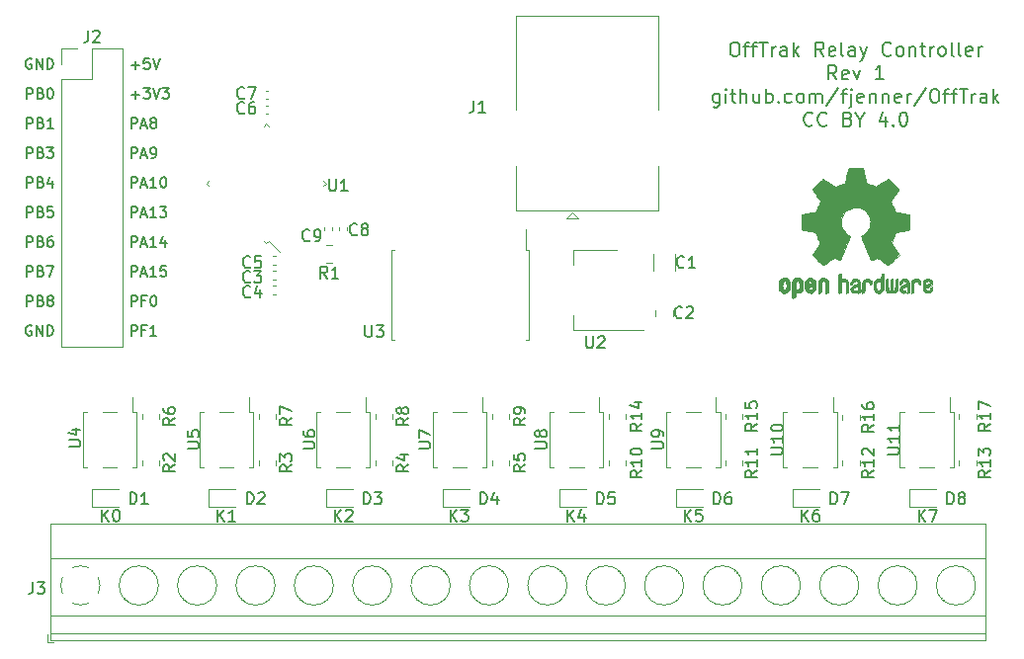
<source format=gbr>
%TF.GenerationSoftware,KiCad,Pcbnew,(5.1.8)-1*%
%TF.CreationDate,2020-11-30T21:01:39-05:00*%
%TF.ProjectId,Relacon,4f666654-7261-46b2-9e6b-696361645f70,1*%
%TF.SameCoordinates,Original*%
%TF.FileFunction,Legend,Top*%
%TF.FilePolarity,Positive*%
%FSLAX46Y46*%
G04 Gerber Fmt 4.6, Leading zero omitted, Abs format (unit mm)*
G04 Created by KiCad (PCBNEW (5.1.8)-1) date 2020-11-30 21:01:39*
%MOMM*%
%LPD*%
G01*
G04 APERTURE LIST*
%ADD10C,0.200000*%
%ADD11C,0.153000*%
%ADD12C,0.010000*%
%ADD13C,0.120000*%
%ADD14C,0.150000*%
G04 APERTURE END LIST*
D10*
X188297857Y-66192857D02*
X188526428Y-66192857D01*
X188640714Y-66250000D01*
X188755000Y-66364285D01*
X188812142Y-66592857D01*
X188812142Y-66992857D01*
X188755000Y-67221428D01*
X188640714Y-67335714D01*
X188526428Y-67392857D01*
X188297857Y-67392857D01*
X188183571Y-67335714D01*
X188069285Y-67221428D01*
X188012142Y-66992857D01*
X188012142Y-66592857D01*
X188069285Y-66364285D01*
X188183571Y-66250000D01*
X188297857Y-66192857D01*
X189155000Y-66592857D02*
X189612142Y-66592857D01*
X189326428Y-67392857D02*
X189326428Y-66364285D01*
X189383571Y-66250000D01*
X189497857Y-66192857D01*
X189612142Y-66192857D01*
X189840714Y-66592857D02*
X190297857Y-66592857D01*
X190012142Y-67392857D02*
X190012142Y-66364285D01*
X190069285Y-66250000D01*
X190183571Y-66192857D01*
X190297857Y-66192857D01*
X190526428Y-66192857D02*
X191212142Y-66192857D01*
X190869285Y-67392857D02*
X190869285Y-66192857D01*
X191612142Y-67392857D02*
X191612142Y-66592857D01*
X191612142Y-66821428D02*
X191669285Y-66707142D01*
X191726428Y-66650000D01*
X191840714Y-66592857D01*
X191955000Y-66592857D01*
X192869285Y-67392857D02*
X192869285Y-66764285D01*
X192812142Y-66650000D01*
X192697857Y-66592857D01*
X192469285Y-66592857D01*
X192355000Y-66650000D01*
X192869285Y-67335714D02*
X192755000Y-67392857D01*
X192469285Y-67392857D01*
X192355000Y-67335714D01*
X192297857Y-67221428D01*
X192297857Y-67107142D01*
X192355000Y-66992857D01*
X192469285Y-66935714D01*
X192755000Y-66935714D01*
X192869285Y-66878571D01*
X193440714Y-67392857D02*
X193440714Y-66192857D01*
X193555000Y-66935714D02*
X193897857Y-67392857D01*
X193897857Y-66592857D02*
X193440714Y-67050000D01*
X196012142Y-67392857D02*
X195612142Y-66821428D01*
X195326428Y-67392857D02*
X195326428Y-66192857D01*
X195783571Y-66192857D01*
X195897857Y-66250000D01*
X195955000Y-66307142D01*
X196012142Y-66421428D01*
X196012142Y-66592857D01*
X195955000Y-66707142D01*
X195897857Y-66764285D01*
X195783571Y-66821428D01*
X195326428Y-66821428D01*
X196983571Y-67335714D02*
X196869285Y-67392857D01*
X196640714Y-67392857D01*
X196526428Y-67335714D01*
X196469285Y-67221428D01*
X196469285Y-66764285D01*
X196526428Y-66650000D01*
X196640714Y-66592857D01*
X196869285Y-66592857D01*
X196983571Y-66650000D01*
X197040714Y-66764285D01*
X197040714Y-66878571D01*
X196469285Y-66992857D01*
X197726428Y-67392857D02*
X197612142Y-67335714D01*
X197555000Y-67221428D01*
X197555000Y-66192857D01*
X198697857Y-67392857D02*
X198697857Y-66764285D01*
X198640714Y-66650000D01*
X198526428Y-66592857D01*
X198297857Y-66592857D01*
X198183571Y-66650000D01*
X198697857Y-67335714D02*
X198583571Y-67392857D01*
X198297857Y-67392857D01*
X198183571Y-67335714D01*
X198126428Y-67221428D01*
X198126428Y-67107142D01*
X198183571Y-66992857D01*
X198297857Y-66935714D01*
X198583571Y-66935714D01*
X198697857Y-66878571D01*
X199155000Y-66592857D02*
X199440714Y-67392857D01*
X199726428Y-66592857D02*
X199440714Y-67392857D01*
X199326428Y-67678571D01*
X199269285Y-67735714D01*
X199155000Y-67792857D01*
X201783571Y-67278571D02*
X201726428Y-67335714D01*
X201555000Y-67392857D01*
X201440714Y-67392857D01*
X201269285Y-67335714D01*
X201155000Y-67221428D01*
X201097857Y-67107142D01*
X201040714Y-66878571D01*
X201040714Y-66707142D01*
X201097857Y-66478571D01*
X201155000Y-66364285D01*
X201269285Y-66250000D01*
X201440714Y-66192857D01*
X201555000Y-66192857D01*
X201726428Y-66250000D01*
X201783571Y-66307142D01*
X202469285Y-67392857D02*
X202355000Y-67335714D01*
X202297857Y-67278571D01*
X202240714Y-67164285D01*
X202240714Y-66821428D01*
X202297857Y-66707142D01*
X202355000Y-66650000D01*
X202469285Y-66592857D01*
X202640714Y-66592857D01*
X202755000Y-66650000D01*
X202812142Y-66707142D01*
X202869285Y-66821428D01*
X202869285Y-67164285D01*
X202812142Y-67278571D01*
X202755000Y-67335714D01*
X202640714Y-67392857D01*
X202469285Y-67392857D01*
X203383571Y-66592857D02*
X203383571Y-67392857D01*
X203383571Y-66707142D02*
X203440714Y-66650000D01*
X203555000Y-66592857D01*
X203726428Y-66592857D01*
X203840714Y-66650000D01*
X203897857Y-66764285D01*
X203897857Y-67392857D01*
X204297857Y-66592857D02*
X204755000Y-66592857D01*
X204469285Y-66192857D02*
X204469285Y-67221428D01*
X204526428Y-67335714D01*
X204640714Y-67392857D01*
X204755000Y-67392857D01*
X205155000Y-67392857D02*
X205155000Y-66592857D01*
X205155000Y-66821428D02*
X205212142Y-66707142D01*
X205269285Y-66650000D01*
X205383571Y-66592857D01*
X205497857Y-66592857D01*
X206069285Y-67392857D02*
X205955000Y-67335714D01*
X205897857Y-67278571D01*
X205840714Y-67164285D01*
X205840714Y-66821428D01*
X205897857Y-66707142D01*
X205955000Y-66650000D01*
X206069285Y-66592857D01*
X206240714Y-66592857D01*
X206355000Y-66650000D01*
X206412142Y-66707142D01*
X206469285Y-66821428D01*
X206469285Y-67164285D01*
X206412142Y-67278571D01*
X206355000Y-67335714D01*
X206240714Y-67392857D01*
X206069285Y-67392857D01*
X207155000Y-67392857D02*
X207040714Y-67335714D01*
X206983571Y-67221428D01*
X206983571Y-66192857D01*
X207783571Y-67392857D02*
X207669285Y-67335714D01*
X207612142Y-67221428D01*
X207612142Y-66192857D01*
X208697857Y-67335714D02*
X208583571Y-67392857D01*
X208355000Y-67392857D01*
X208240714Y-67335714D01*
X208183571Y-67221428D01*
X208183571Y-66764285D01*
X208240714Y-66650000D01*
X208355000Y-66592857D01*
X208583571Y-66592857D01*
X208697857Y-66650000D01*
X208755000Y-66764285D01*
X208755000Y-66878571D01*
X208183571Y-66992857D01*
X209269285Y-67392857D02*
X209269285Y-66592857D01*
X209269285Y-66821428D02*
X209326428Y-66707142D01*
X209383571Y-66650000D01*
X209497857Y-66592857D01*
X209612142Y-66592857D01*
X197126428Y-69392857D02*
X196726428Y-68821428D01*
X196440714Y-69392857D02*
X196440714Y-68192857D01*
X196897857Y-68192857D01*
X197012142Y-68250000D01*
X197069285Y-68307142D01*
X197126428Y-68421428D01*
X197126428Y-68592857D01*
X197069285Y-68707142D01*
X197012142Y-68764285D01*
X196897857Y-68821428D01*
X196440714Y-68821428D01*
X198097857Y-69335714D02*
X197983571Y-69392857D01*
X197755000Y-69392857D01*
X197640714Y-69335714D01*
X197583571Y-69221428D01*
X197583571Y-68764285D01*
X197640714Y-68650000D01*
X197755000Y-68592857D01*
X197983571Y-68592857D01*
X198097857Y-68650000D01*
X198155000Y-68764285D01*
X198155000Y-68878571D01*
X197583571Y-68992857D01*
X198555000Y-68592857D02*
X198840714Y-69392857D01*
X199126428Y-68592857D01*
X201126428Y-69392857D02*
X200440714Y-69392857D01*
X200783571Y-69392857D02*
X200783571Y-68192857D01*
X200669285Y-68364285D01*
X200555000Y-68478571D01*
X200440714Y-68535714D01*
X187069285Y-70592857D02*
X187069285Y-71564285D01*
X187012142Y-71678571D01*
X186955000Y-71735714D01*
X186840714Y-71792857D01*
X186669285Y-71792857D01*
X186555000Y-71735714D01*
X187069285Y-71335714D02*
X186955000Y-71392857D01*
X186726428Y-71392857D01*
X186612142Y-71335714D01*
X186555000Y-71278571D01*
X186497857Y-71164285D01*
X186497857Y-70821428D01*
X186555000Y-70707142D01*
X186612142Y-70650000D01*
X186726428Y-70592857D01*
X186955000Y-70592857D01*
X187069285Y-70650000D01*
X187640714Y-71392857D02*
X187640714Y-70592857D01*
X187640714Y-70192857D02*
X187583571Y-70250000D01*
X187640714Y-70307142D01*
X187697857Y-70250000D01*
X187640714Y-70192857D01*
X187640714Y-70307142D01*
X188040714Y-70592857D02*
X188497857Y-70592857D01*
X188212142Y-70192857D02*
X188212142Y-71221428D01*
X188269285Y-71335714D01*
X188383571Y-71392857D01*
X188497857Y-71392857D01*
X188897857Y-71392857D02*
X188897857Y-70192857D01*
X189412142Y-71392857D02*
X189412142Y-70764285D01*
X189355000Y-70650000D01*
X189240714Y-70592857D01*
X189069285Y-70592857D01*
X188955000Y-70650000D01*
X188897857Y-70707142D01*
X190497857Y-70592857D02*
X190497857Y-71392857D01*
X189983571Y-70592857D02*
X189983571Y-71221428D01*
X190040714Y-71335714D01*
X190155000Y-71392857D01*
X190326428Y-71392857D01*
X190440714Y-71335714D01*
X190497857Y-71278571D01*
X191069285Y-71392857D02*
X191069285Y-70192857D01*
X191069285Y-70650000D02*
X191183571Y-70592857D01*
X191412142Y-70592857D01*
X191526428Y-70650000D01*
X191583571Y-70707142D01*
X191640714Y-70821428D01*
X191640714Y-71164285D01*
X191583571Y-71278571D01*
X191526428Y-71335714D01*
X191412142Y-71392857D01*
X191183571Y-71392857D01*
X191069285Y-71335714D01*
X192155000Y-71278571D02*
X192212142Y-71335714D01*
X192155000Y-71392857D01*
X192097857Y-71335714D01*
X192155000Y-71278571D01*
X192155000Y-71392857D01*
X193240714Y-71335714D02*
X193126428Y-71392857D01*
X192897857Y-71392857D01*
X192783571Y-71335714D01*
X192726428Y-71278571D01*
X192669285Y-71164285D01*
X192669285Y-70821428D01*
X192726428Y-70707142D01*
X192783571Y-70650000D01*
X192897857Y-70592857D01*
X193126428Y-70592857D01*
X193240714Y-70650000D01*
X193926428Y-71392857D02*
X193812142Y-71335714D01*
X193755000Y-71278571D01*
X193697857Y-71164285D01*
X193697857Y-70821428D01*
X193755000Y-70707142D01*
X193812142Y-70650000D01*
X193926428Y-70592857D01*
X194097857Y-70592857D01*
X194212142Y-70650000D01*
X194269285Y-70707142D01*
X194326428Y-70821428D01*
X194326428Y-71164285D01*
X194269285Y-71278571D01*
X194212142Y-71335714D01*
X194097857Y-71392857D01*
X193926428Y-71392857D01*
X194840714Y-71392857D02*
X194840714Y-70592857D01*
X194840714Y-70707142D02*
X194897857Y-70650000D01*
X195012142Y-70592857D01*
X195183571Y-70592857D01*
X195297857Y-70650000D01*
X195355000Y-70764285D01*
X195355000Y-71392857D01*
X195355000Y-70764285D02*
X195412142Y-70650000D01*
X195526428Y-70592857D01*
X195697857Y-70592857D01*
X195812142Y-70650000D01*
X195869285Y-70764285D01*
X195869285Y-71392857D01*
X197297857Y-70135714D02*
X196269285Y-71678571D01*
X197526428Y-70592857D02*
X197983571Y-70592857D01*
X197697857Y-71392857D02*
X197697857Y-70364285D01*
X197755000Y-70250000D01*
X197869285Y-70192857D01*
X197983571Y-70192857D01*
X198383571Y-70592857D02*
X198383571Y-71621428D01*
X198326428Y-71735714D01*
X198212142Y-71792857D01*
X198154999Y-71792857D01*
X198383571Y-70192857D02*
X198326428Y-70250000D01*
X198383571Y-70307142D01*
X198440714Y-70250000D01*
X198383571Y-70192857D01*
X198383571Y-70307142D01*
X199412142Y-71335714D02*
X199297857Y-71392857D01*
X199069285Y-71392857D01*
X198954999Y-71335714D01*
X198897857Y-71221428D01*
X198897857Y-70764285D01*
X198954999Y-70650000D01*
X199069285Y-70592857D01*
X199297857Y-70592857D01*
X199412142Y-70650000D01*
X199469285Y-70764285D01*
X199469285Y-70878571D01*
X198897857Y-70992857D01*
X199983571Y-70592857D02*
X199983571Y-71392857D01*
X199983571Y-70707142D02*
X200040714Y-70650000D01*
X200154999Y-70592857D01*
X200326428Y-70592857D01*
X200440714Y-70650000D01*
X200497857Y-70764285D01*
X200497857Y-71392857D01*
X201069285Y-70592857D02*
X201069285Y-71392857D01*
X201069285Y-70707142D02*
X201126428Y-70650000D01*
X201240714Y-70592857D01*
X201412142Y-70592857D01*
X201526428Y-70650000D01*
X201583571Y-70764285D01*
X201583571Y-71392857D01*
X202612142Y-71335714D02*
X202497857Y-71392857D01*
X202269285Y-71392857D01*
X202154999Y-71335714D01*
X202097857Y-71221428D01*
X202097857Y-70764285D01*
X202154999Y-70650000D01*
X202269285Y-70592857D01*
X202497857Y-70592857D01*
X202612142Y-70650000D01*
X202669285Y-70764285D01*
X202669285Y-70878571D01*
X202097857Y-70992857D01*
X203183571Y-71392857D02*
X203183571Y-70592857D01*
X203183571Y-70821428D02*
X203240714Y-70707142D01*
X203297857Y-70650000D01*
X203412142Y-70592857D01*
X203526428Y-70592857D01*
X204783571Y-70135714D02*
X203754999Y-71678571D01*
X205412142Y-70192857D02*
X205640714Y-70192857D01*
X205755000Y-70250000D01*
X205869285Y-70364285D01*
X205926428Y-70592857D01*
X205926428Y-70992857D01*
X205869285Y-71221428D01*
X205755000Y-71335714D01*
X205640714Y-71392857D01*
X205412142Y-71392857D01*
X205297857Y-71335714D01*
X205183571Y-71221428D01*
X205126428Y-70992857D01*
X205126428Y-70592857D01*
X205183571Y-70364285D01*
X205297857Y-70250000D01*
X205412142Y-70192857D01*
X206269285Y-70592857D02*
X206726428Y-70592857D01*
X206440714Y-71392857D02*
X206440714Y-70364285D01*
X206497857Y-70250000D01*
X206612142Y-70192857D01*
X206726428Y-70192857D01*
X206955000Y-70592857D02*
X207412142Y-70592857D01*
X207126428Y-71392857D02*
X207126428Y-70364285D01*
X207183571Y-70250000D01*
X207297857Y-70192857D01*
X207412142Y-70192857D01*
X207640714Y-70192857D02*
X208326428Y-70192857D01*
X207983571Y-71392857D02*
X207983571Y-70192857D01*
X208726428Y-71392857D02*
X208726428Y-70592857D01*
X208726428Y-70821428D02*
X208783571Y-70707142D01*
X208840714Y-70650000D01*
X208955000Y-70592857D01*
X209069285Y-70592857D01*
X209983571Y-71392857D02*
X209983571Y-70764285D01*
X209926428Y-70650000D01*
X209812142Y-70592857D01*
X209583571Y-70592857D01*
X209469285Y-70650000D01*
X209983571Y-71335714D02*
X209869285Y-71392857D01*
X209583571Y-71392857D01*
X209469285Y-71335714D01*
X209412142Y-71221428D01*
X209412142Y-71107142D01*
X209469285Y-70992857D01*
X209583571Y-70935714D01*
X209869285Y-70935714D01*
X209983571Y-70878571D01*
X210555000Y-71392857D02*
X210555000Y-70192857D01*
X210669285Y-70935714D02*
X211012142Y-71392857D01*
X211012142Y-70592857D02*
X210555000Y-71050000D01*
X195069285Y-73278571D02*
X195012142Y-73335714D01*
X194840714Y-73392857D01*
X194726428Y-73392857D01*
X194555000Y-73335714D01*
X194440714Y-73221428D01*
X194383571Y-73107142D01*
X194326428Y-72878571D01*
X194326428Y-72707142D01*
X194383571Y-72478571D01*
X194440714Y-72364285D01*
X194555000Y-72250000D01*
X194726428Y-72192857D01*
X194840714Y-72192857D01*
X195012142Y-72250000D01*
X195069285Y-72307142D01*
X196269285Y-73278571D02*
X196212142Y-73335714D01*
X196040714Y-73392857D01*
X195926428Y-73392857D01*
X195755000Y-73335714D01*
X195640714Y-73221428D01*
X195583571Y-73107142D01*
X195526428Y-72878571D01*
X195526428Y-72707142D01*
X195583571Y-72478571D01*
X195640714Y-72364285D01*
X195755000Y-72250000D01*
X195926428Y-72192857D01*
X196040714Y-72192857D01*
X196212142Y-72250000D01*
X196269285Y-72307142D01*
X198097857Y-72764285D02*
X198269285Y-72821428D01*
X198326428Y-72878571D01*
X198383571Y-72992857D01*
X198383571Y-73164285D01*
X198326428Y-73278571D01*
X198269285Y-73335714D01*
X198155000Y-73392857D01*
X197697857Y-73392857D01*
X197697857Y-72192857D01*
X198097857Y-72192857D01*
X198212142Y-72250000D01*
X198269285Y-72307142D01*
X198326428Y-72421428D01*
X198326428Y-72535714D01*
X198269285Y-72650000D01*
X198212142Y-72707142D01*
X198097857Y-72764285D01*
X197697857Y-72764285D01*
X199126428Y-72821428D02*
X199126428Y-73392857D01*
X198726428Y-72192857D02*
X199126428Y-72821428D01*
X199526428Y-72192857D01*
X201355000Y-72592857D02*
X201355000Y-73392857D01*
X201069285Y-72135714D02*
X200783571Y-72992857D01*
X201526428Y-72992857D01*
X201983571Y-73278571D02*
X202040714Y-73335714D01*
X201983571Y-73392857D01*
X201926428Y-73335714D01*
X201983571Y-73278571D01*
X201983571Y-73392857D01*
X202783571Y-72192857D02*
X202897857Y-72192857D01*
X203012142Y-72250000D01*
X203069285Y-72307142D01*
X203126428Y-72421428D01*
X203183571Y-72650000D01*
X203183571Y-72935714D01*
X203126428Y-73164285D01*
X203069285Y-73278571D01*
X203012142Y-73335714D01*
X202897857Y-73392857D01*
X202783571Y-73392857D01*
X202669285Y-73335714D01*
X202612142Y-73278571D01*
X202555000Y-73164285D01*
X202497857Y-72935714D01*
X202497857Y-72650000D01*
X202555000Y-72421428D01*
X202612142Y-72307142D01*
X202669285Y-72250000D01*
X202783571Y-72192857D01*
D11*
X204172545Y-107259380D02*
X204172545Y-106259380D01*
X204743973Y-107259380D02*
X204315402Y-106687952D01*
X204743973Y-106259380D02*
X204172545Y-106830809D01*
X205077307Y-106259380D02*
X205743973Y-106259380D01*
X205315402Y-107259380D01*
X194139545Y-107259380D02*
X194139545Y-106259380D01*
X194710973Y-107259380D02*
X194282402Y-106687952D01*
X194710973Y-106259380D02*
X194139545Y-106830809D01*
X195568116Y-106259380D02*
X195377640Y-106259380D01*
X195282402Y-106307000D01*
X195234783Y-106354619D01*
X195139545Y-106497476D01*
X195091926Y-106687952D01*
X195091926Y-107068904D01*
X195139545Y-107164142D01*
X195187164Y-107211761D01*
X195282402Y-107259380D01*
X195472878Y-107259380D01*
X195568116Y-107211761D01*
X195615735Y-107164142D01*
X195663354Y-107068904D01*
X195663354Y-106830809D01*
X195615735Y-106735571D01*
X195568116Y-106687952D01*
X195472878Y-106640333D01*
X195282402Y-106640333D01*
X195187164Y-106687952D01*
X195139545Y-106735571D01*
X195091926Y-106830809D01*
X184106545Y-107259380D02*
X184106545Y-106259380D01*
X184677973Y-107259380D02*
X184249402Y-106687952D01*
X184677973Y-106259380D02*
X184106545Y-106830809D01*
X185582735Y-106259380D02*
X185106545Y-106259380D01*
X185058926Y-106735571D01*
X185106545Y-106687952D01*
X185201783Y-106640333D01*
X185439878Y-106640333D01*
X185535116Y-106687952D01*
X185582735Y-106735571D01*
X185630354Y-106830809D01*
X185630354Y-107068904D01*
X185582735Y-107164142D01*
X185535116Y-107211761D01*
X185439878Y-107259380D01*
X185201783Y-107259380D01*
X185106545Y-107211761D01*
X185058926Y-107164142D01*
X174073545Y-107259380D02*
X174073545Y-106259380D01*
X174644973Y-107259380D02*
X174216402Y-106687952D01*
X174644973Y-106259380D02*
X174073545Y-106830809D01*
X175502116Y-106592714D02*
X175502116Y-107259380D01*
X175264021Y-106211761D02*
X175025926Y-106926047D01*
X175644973Y-106926047D01*
X164040545Y-107259380D02*
X164040545Y-106259380D01*
X164611973Y-107259380D02*
X164183402Y-106687952D01*
X164611973Y-106259380D02*
X164040545Y-106830809D01*
X164945307Y-106259380D02*
X165564354Y-106259380D01*
X165231021Y-106640333D01*
X165373878Y-106640333D01*
X165469116Y-106687952D01*
X165516735Y-106735571D01*
X165564354Y-106830809D01*
X165564354Y-107068904D01*
X165516735Y-107164142D01*
X165469116Y-107211761D01*
X165373878Y-107259380D01*
X165088164Y-107259380D01*
X164992926Y-107211761D01*
X164945307Y-107164142D01*
X154134545Y-107259380D02*
X154134545Y-106259380D01*
X154705973Y-107259380D02*
X154277402Y-106687952D01*
X154705973Y-106259380D02*
X154134545Y-106830809D01*
X155086926Y-106354619D02*
X155134545Y-106307000D01*
X155229783Y-106259380D01*
X155467878Y-106259380D01*
X155563116Y-106307000D01*
X155610735Y-106354619D01*
X155658354Y-106449857D01*
X155658354Y-106545095D01*
X155610735Y-106687952D01*
X155039307Y-107259380D01*
X155658354Y-107259380D01*
X144101545Y-107259380D02*
X144101545Y-106259380D01*
X144672973Y-107259380D02*
X144244402Y-106687952D01*
X144672973Y-106259380D02*
X144101545Y-106830809D01*
X145625354Y-107259380D02*
X145053926Y-107259380D01*
X145339640Y-107259380D02*
X145339640Y-106259380D01*
X145244402Y-106402238D01*
X145149164Y-106497476D01*
X145053926Y-106545095D01*
X134195545Y-107259380D02*
X134195545Y-106259380D01*
X134766973Y-107259380D02*
X134338402Y-106687952D01*
X134766973Y-106259380D02*
X134195545Y-106830809D01*
X135386021Y-106259380D02*
X135481259Y-106259380D01*
X135576497Y-106307000D01*
X135624116Y-106354619D01*
X135671735Y-106449857D01*
X135719354Y-106640333D01*
X135719354Y-106878428D01*
X135671735Y-107068904D01*
X135624116Y-107164142D01*
X135576497Y-107211761D01*
X135481259Y-107259380D01*
X135386021Y-107259380D01*
X135290783Y-107211761D01*
X135243164Y-107164142D01*
X135195545Y-107068904D01*
X135147926Y-106878428D01*
X135147926Y-106640333D01*
X135195545Y-106449857D01*
X135243164Y-106354619D01*
X135290783Y-106307000D01*
X135386021Y-106259380D01*
X136711735Y-91339142D02*
X136711735Y-90439142D01*
X137054592Y-90439142D01*
X137140307Y-90482000D01*
X137183164Y-90524857D01*
X137226021Y-90610571D01*
X137226021Y-90739142D01*
X137183164Y-90824857D01*
X137140307Y-90867714D01*
X137054592Y-90910571D01*
X136711735Y-90910571D01*
X137911735Y-90867714D02*
X137611735Y-90867714D01*
X137611735Y-91339142D02*
X137611735Y-90439142D01*
X138040307Y-90439142D01*
X138854592Y-91339142D02*
X138340307Y-91339142D01*
X138597450Y-91339142D02*
X138597450Y-90439142D01*
X138511735Y-90567714D01*
X138426021Y-90653428D01*
X138340307Y-90696285D01*
X136711735Y-88799142D02*
X136711735Y-87899142D01*
X137054592Y-87899142D01*
X137140307Y-87942000D01*
X137183164Y-87984857D01*
X137226021Y-88070571D01*
X137226021Y-88199142D01*
X137183164Y-88284857D01*
X137140307Y-88327714D01*
X137054592Y-88370571D01*
X136711735Y-88370571D01*
X137911735Y-88327714D02*
X137611735Y-88327714D01*
X137611735Y-88799142D02*
X137611735Y-87899142D01*
X138040307Y-87899142D01*
X138554592Y-87899142D02*
X138640307Y-87899142D01*
X138726021Y-87942000D01*
X138768878Y-87984857D01*
X138811735Y-88070571D01*
X138854592Y-88242000D01*
X138854592Y-88456285D01*
X138811735Y-88627714D01*
X138768878Y-88713428D01*
X138726021Y-88756285D01*
X138640307Y-88799142D01*
X138554592Y-88799142D01*
X138468878Y-88756285D01*
X138426021Y-88713428D01*
X138383164Y-88627714D01*
X138340307Y-88456285D01*
X138340307Y-88242000D01*
X138383164Y-88070571D01*
X138426021Y-87984857D01*
X138468878Y-87942000D01*
X138554592Y-87899142D01*
X136711735Y-86259142D02*
X136711735Y-85359142D01*
X137054592Y-85359142D01*
X137140307Y-85402000D01*
X137183164Y-85444857D01*
X137226021Y-85530571D01*
X137226021Y-85659142D01*
X137183164Y-85744857D01*
X137140307Y-85787714D01*
X137054592Y-85830571D01*
X136711735Y-85830571D01*
X137568878Y-86002000D02*
X137997450Y-86002000D01*
X137483164Y-86259142D02*
X137783164Y-85359142D01*
X138083164Y-86259142D01*
X138854592Y-86259142D02*
X138340307Y-86259142D01*
X138597450Y-86259142D02*
X138597450Y-85359142D01*
X138511735Y-85487714D01*
X138426021Y-85573428D01*
X138340307Y-85616285D01*
X139668878Y-85359142D02*
X139240307Y-85359142D01*
X139197450Y-85787714D01*
X139240307Y-85744857D01*
X139326021Y-85702000D01*
X139540307Y-85702000D01*
X139626021Y-85744857D01*
X139668878Y-85787714D01*
X139711735Y-85873428D01*
X139711735Y-86087714D01*
X139668878Y-86173428D01*
X139626021Y-86216285D01*
X139540307Y-86259142D01*
X139326021Y-86259142D01*
X139240307Y-86216285D01*
X139197450Y-86173428D01*
X136711735Y-83719142D02*
X136711735Y-82819142D01*
X137054592Y-82819142D01*
X137140307Y-82862000D01*
X137183164Y-82904857D01*
X137226021Y-82990571D01*
X137226021Y-83119142D01*
X137183164Y-83204857D01*
X137140307Y-83247714D01*
X137054592Y-83290571D01*
X136711735Y-83290571D01*
X137568878Y-83462000D02*
X137997450Y-83462000D01*
X137483164Y-83719142D02*
X137783164Y-82819142D01*
X138083164Y-83719142D01*
X138854592Y-83719142D02*
X138340307Y-83719142D01*
X138597450Y-83719142D02*
X138597450Y-82819142D01*
X138511735Y-82947714D01*
X138426021Y-83033428D01*
X138340307Y-83076285D01*
X139626021Y-83119142D02*
X139626021Y-83719142D01*
X139411735Y-82776285D02*
X139197450Y-83419142D01*
X139754592Y-83419142D01*
X136711735Y-81179142D02*
X136711735Y-80279142D01*
X137054592Y-80279142D01*
X137140307Y-80322000D01*
X137183164Y-80364857D01*
X137226021Y-80450571D01*
X137226021Y-80579142D01*
X137183164Y-80664857D01*
X137140307Y-80707714D01*
X137054592Y-80750571D01*
X136711735Y-80750571D01*
X137568878Y-80922000D02*
X137997450Y-80922000D01*
X137483164Y-81179142D02*
X137783164Y-80279142D01*
X138083164Y-81179142D01*
X138854592Y-81179142D02*
X138340307Y-81179142D01*
X138597450Y-81179142D02*
X138597450Y-80279142D01*
X138511735Y-80407714D01*
X138426021Y-80493428D01*
X138340307Y-80536285D01*
X139154592Y-80279142D02*
X139711735Y-80279142D01*
X139411735Y-80622000D01*
X139540307Y-80622000D01*
X139626021Y-80664857D01*
X139668878Y-80707714D01*
X139711735Y-80793428D01*
X139711735Y-81007714D01*
X139668878Y-81093428D01*
X139626021Y-81136285D01*
X139540307Y-81179142D01*
X139283164Y-81179142D01*
X139197450Y-81136285D01*
X139154592Y-81093428D01*
X136711735Y-78639142D02*
X136711735Y-77739142D01*
X137054592Y-77739142D01*
X137140307Y-77782000D01*
X137183164Y-77824857D01*
X137226021Y-77910571D01*
X137226021Y-78039142D01*
X137183164Y-78124857D01*
X137140307Y-78167714D01*
X137054592Y-78210571D01*
X136711735Y-78210571D01*
X137568878Y-78382000D02*
X137997450Y-78382000D01*
X137483164Y-78639142D02*
X137783164Y-77739142D01*
X138083164Y-78639142D01*
X138854592Y-78639142D02*
X138340307Y-78639142D01*
X138597450Y-78639142D02*
X138597450Y-77739142D01*
X138511735Y-77867714D01*
X138426021Y-77953428D01*
X138340307Y-77996285D01*
X139411735Y-77739142D02*
X139497450Y-77739142D01*
X139583164Y-77782000D01*
X139626021Y-77824857D01*
X139668878Y-77910571D01*
X139711735Y-78082000D01*
X139711735Y-78296285D01*
X139668878Y-78467714D01*
X139626021Y-78553428D01*
X139583164Y-78596285D01*
X139497450Y-78639142D01*
X139411735Y-78639142D01*
X139326021Y-78596285D01*
X139283164Y-78553428D01*
X139240307Y-78467714D01*
X139197450Y-78296285D01*
X139197450Y-78082000D01*
X139240307Y-77910571D01*
X139283164Y-77824857D01*
X139326021Y-77782000D01*
X139411735Y-77739142D01*
X136711735Y-76099142D02*
X136711735Y-75199142D01*
X137054592Y-75199142D01*
X137140307Y-75242000D01*
X137183164Y-75284857D01*
X137226021Y-75370571D01*
X137226021Y-75499142D01*
X137183164Y-75584857D01*
X137140307Y-75627714D01*
X137054592Y-75670571D01*
X136711735Y-75670571D01*
X137568878Y-75842000D02*
X137997450Y-75842000D01*
X137483164Y-76099142D02*
X137783164Y-75199142D01*
X138083164Y-76099142D01*
X138426021Y-76099142D02*
X138597450Y-76099142D01*
X138683164Y-76056285D01*
X138726021Y-76013428D01*
X138811735Y-75884857D01*
X138854592Y-75713428D01*
X138854592Y-75370571D01*
X138811735Y-75284857D01*
X138768878Y-75242000D01*
X138683164Y-75199142D01*
X138511735Y-75199142D01*
X138426021Y-75242000D01*
X138383164Y-75284857D01*
X138340307Y-75370571D01*
X138340307Y-75584857D01*
X138383164Y-75670571D01*
X138426021Y-75713428D01*
X138511735Y-75756285D01*
X138683164Y-75756285D01*
X138768878Y-75713428D01*
X138811735Y-75670571D01*
X138854592Y-75584857D01*
X136711735Y-73559142D02*
X136711735Y-72659142D01*
X137054592Y-72659142D01*
X137140307Y-72702000D01*
X137183164Y-72744857D01*
X137226021Y-72830571D01*
X137226021Y-72959142D01*
X137183164Y-73044857D01*
X137140307Y-73087714D01*
X137054592Y-73130571D01*
X136711735Y-73130571D01*
X137568878Y-73302000D02*
X137997450Y-73302000D01*
X137483164Y-73559142D02*
X137783164Y-72659142D01*
X138083164Y-73559142D01*
X138511735Y-73044857D02*
X138426021Y-73002000D01*
X138383164Y-72959142D01*
X138340307Y-72873428D01*
X138340307Y-72830571D01*
X138383164Y-72744857D01*
X138426021Y-72702000D01*
X138511735Y-72659142D01*
X138683164Y-72659142D01*
X138768878Y-72702000D01*
X138811735Y-72744857D01*
X138854592Y-72830571D01*
X138854592Y-72873428D01*
X138811735Y-72959142D01*
X138768878Y-73002000D01*
X138683164Y-73044857D01*
X138511735Y-73044857D01*
X138426021Y-73087714D01*
X138383164Y-73130571D01*
X138340307Y-73216285D01*
X138340307Y-73387714D01*
X138383164Y-73473428D01*
X138426021Y-73516285D01*
X138511735Y-73559142D01*
X138683164Y-73559142D01*
X138768878Y-73516285D01*
X138811735Y-73473428D01*
X138854592Y-73387714D01*
X138854592Y-73216285D01*
X138811735Y-73130571D01*
X138768878Y-73087714D01*
X138683164Y-73044857D01*
X136711735Y-70676285D02*
X137397450Y-70676285D01*
X137054592Y-71019142D02*
X137054592Y-70333428D01*
X137740307Y-70119142D02*
X138297450Y-70119142D01*
X137997450Y-70462000D01*
X138126021Y-70462000D01*
X138211735Y-70504857D01*
X138254592Y-70547714D01*
X138297450Y-70633428D01*
X138297450Y-70847714D01*
X138254592Y-70933428D01*
X138211735Y-70976285D01*
X138126021Y-71019142D01*
X137868878Y-71019142D01*
X137783164Y-70976285D01*
X137740307Y-70933428D01*
X138554592Y-70119142D02*
X138854592Y-71019142D01*
X139154592Y-70119142D01*
X139368878Y-70119142D02*
X139926021Y-70119142D01*
X139626021Y-70462000D01*
X139754592Y-70462000D01*
X139840307Y-70504857D01*
X139883164Y-70547714D01*
X139926021Y-70633428D01*
X139926021Y-70847714D01*
X139883164Y-70933428D01*
X139840307Y-70976285D01*
X139754592Y-71019142D01*
X139497450Y-71019142D01*
X139411735Y-70976285D01*
X139368878Y-70933428D01*
X136711735Y-68136285D02*
X137397450Y-68136285D01*
X137054592Y-68479142D02*
X137054592Y-67793428D01*
X138254592Y-67579142D02*
X137826021Y-67579142D01*
X137783164Y-68007714D01*
X137826021Y-67964857D01*
X137911735Y-67922000D01*
X138126021Y-67922000D01*
X138211735Y-67964857D01*
X138254592Y-68007714D01*
X138297450Y-68093428D01*
X138297450Y-68307714D01*
X138254592Y-68393428D01*
X138211735Y-68436285D01*
X138126021Y-68479142D01*
X137911735Y-68479142D01*
X137826021Y-68436285D01*
X137783164Y-68393428D01*
X138554592Y-67579142D02*
X138854592Y-68479142D01*
X139154592Y-67579142D01*
X128145407Y-90482000D02*
X128059692Y-90439142D01*
X127931121Y-90439142D01*
X127802550Y-90482000D01*
X127716835Y-90567714D01*
X127673978Y-90653428D01*
X127631121Y-90824857D01*
X127631121Y-90953428D01*
X127673978Y-91124857D01*
X127716835Y-91210571D01*
X127802550Y-91296285D01*
X127931121Y-91339142D01*
X128016835Y-91339142D01*
X128145407Y-91296285D01*
X128188264Y-91253428D01*
X128188264Y-90953428D01*
X128016835Y-90953428D01*
X128573978Y-91339142D02*
X128573978Y-90439142D01*
X129088264Y-91339142D01*
X129088264Y-90439142D01*
X129516835Y-91339142D02*
X129516835Y-90439142D01*
X129731121Y-90439142D01*
X129859692Y-90482000D01*
X129945407Y-90567714D01*
X129988264Y-90653428D01*
X130031121Y-90824857D01*
X130031121Y-90953428D01*
X129988264Y-91124857D01*
X129945407Y-91210571D01*
X129859692Y-91296285D01*
X129731121Y-91339142D01*
X129516835Y-91339142D01*
X127759692Y-88799142D02*
X127759692Y-87899142D01*
X128102550Y-87899142D01*
X128188264Y-87942000D01*
X128231121Y-87984857D01*
X128273978Y-88070571D01*
X128273978Y-88199142D01*
X128231121Y-88284857D01*
X128188264Y-88327714D01*
X128102550Y-88370571D01*
X127759692Y-88370571D01*
X128959692Y-88327714D02*
X129088264Y-88370571D01*
X129131121Y-88413428D01*
X129173978Y-88499142D01*
X129173978Y-88627714D01*
X129131121Y-88713428D01*
X129088264Y-88756285D01*
X129002550Y-88799142D01*
X128659692Y-88799142D01*
X128659692Y-87899142D01*
X128959692Y-87899142D01*
X129045407Y-87942000D01*
X129088264Y-87984857D01*
X129131121Y-88070571D01*
X129131121Y-88156285D01*
X129088264Y-88242000D01*
X129045407Y-88284857D01*
X128959692Y-88327714D01*
X128659692Y-88327714D01*
X129688264Y-88284857D02*
X129602550Y-88242000D01*
X129559692Y-88199142D01*
X129516835Y-88113428D01*
X129516835Y-88070571D01*
X129559692Y-87984857D01*
X129602550Y-87942000D01*
X129688264Y-87899142D01*
X129859692Y-87899142D01*
X129945407Y-87942000D01*
X129988264Y-87984857D01*
X130031121Y-88070571D01*
X130031121Y-88113428D01*
X129988264Y-88199142D01*
X129945407Y-88242000D01*
X129859692Y-88284857D01*
X129688264Y-88284857D01*
X129602550Y-88327714D01*
X129559692Y-88370571D01*
X129516835Y-88456285D01*
X129516835Y-88627714D01*
X129559692Y-88713428D01*
X129602550Y-88756285D01*
X129688264Y-88799142D01*
X129859692Y-88799142D01*
X129945407Y-88756285D01*
X129988264Y-88713428D01*
X130031121Y-88627714D01*
X130031121Y-88456285D01*
X129988264Y-88370571D01*
X129945407Y-88327714D01*
X129859692Y-88284857D01*
X127759692Y-86259142D02*
X127759692Y-85359142D01*
X128102550Y-85359142D01*
X128188264Y-85402000D01*
X128231121Y-85444857D01*
X128273978Y-85530571D01*
X128273978Y-85659142D01*
X128231121Y-85744857D01*
X128188264Y-85787714D01*
X128102550Y-85830571D01*
X127759692Y-85830571D01*
X128959692Y-85787714D02*
X129088264Y-85830571D01*
X129131121Y-85873428D01*
X129173978Y-85959142D01*
X129173978Y-86087714D01*
X129131121Y-86173428D01*
X129088264Y-86216285D01*
X129002550Y-86259142D01*
X128659692Y-86259142D01*
X128659692Y-85359142D01*
X128959692Y-85359142D01*
X129045407Y-85402000D01*
X129088264Y-85444857D01*
X129131121Y-85530571D01*
X129131121Y-85616285D01*
X129088264Y-85702000D01*
X129045407Y-85744857D01*
X128959692Y-85787714D01*
X128659692Y-85787714D01*
X129473978Y-85359142D02*
X130073978Y-85359142D01*
X129688264Y-86259142D01*
X127759692Y-83719142D02*
X127759692Y-82819142D01*
X128102550Y-82819142D01*
X128188264Y-82862000D01*
X128231121Y-82904857D01*
X128273978Y-82990571D01*
X128273978Y-83119142D01*
X128231121Y-83204857D01*
X128188264Y-83247714D01*
X128102550Y-83290571D01*
X127759692Y-83290571D01*
X128959692Y-83247714D02*
X129088264Y-83290571D01*
X129131121Y-83333428D01*
X129173978Y-83419142D01*
X129173978Y-83547714D01*
X129131121Y-83633428D01*
X129088264Y-83676285D01*
X129002550Y-83719142D01*
X128659692Y-83719142D01*
X128659692Y-82819142D01*
X128959692Y-82819142D01*
X129045407Y-82862000D01*
X129088264Y-82904857D01*
X129131121Y-82990571D01*
X129131121Y-83076285D01*
X129088264Y-83162000D01*
X129045407Y-83204857D01*
X128959692Y-83247714D01*
X128659692Y-83247714D01*
X129945407Y-82819142D02*
X129773978Y-82819142D01*
X129688264Y-82862000D01*
X129645407Y-82904857D01*
X129559692Y-83033428D01*
X129516835Y-83204857D01*
X129516835Y-83547714D01*
X129559692Y-83633428D01*
X129602550Y-83676285D01*
X129688264Y-83719142D01*
X129859692Y-83719142D01*
X129945407Y-83676285D01*
X129988264Y-83633428D01*
X130031121Y-83547714D01*
X130031121Y-83333428D01*
X129988264Y-83247714D01*
X129945407Y-83204857D01*
X129859692Y-83162000D01*
X129688264Y-83162000D01*
X129602550Y-83204857D01*
X129559692Y-83247714D01*
X129516835Y-83333428D01*
X127759692Y-81179142D02*
X127759692Y-80279142D01*
X128102550Y-80279142D01*
X128188264Y-80322000D01*
X128231121Y-80364857D01*
X128273978Y-80450571D01*
X128273978Y-80579142D01*
X128231121Y-80664857D01*
X128188264Y-80707714D01*
X128102550Y-80750571D01*
X127759692Y-80750571D01*
X128959692Y-80707714D02*
X129088264Y-80750571D01*
X129131121Y-80793428D01*
X129173978Y-80879142D01*
X129173978Y-81007714D01*
X129131121Y-81093428D01*
X129088264Y-81136285D01*
X129002550Y-81179142D01*
X128659692Y-81179142D01*
X128659692Y-80279142D01*
X128959692Y-80279142D01*
X129045407Y-80322000D01*
X129088264Y-80364857D01*
X129131121Y-80450571D01*
X129131121Y-80536285D01*
X129088264Y-80622000D01*
X129045407Y-80664857D01*
X128959692Y-80707714D01*
X128659692Y-80707714D01*
X129988264Y-80279142D02*
X129559692Y-80279142D01*
X129516835Y-80707714D01*
X129559692Y-80664857D01*
X129645407Y-80622000D01*
X129859692Y-80622000D01*
X129945407Y-80664857D01*
X129988264Y-80707714D01*
X130031121Y-80793428D01*
X130031121Y-81007714D01*
X129988264Y-81093428D01*
X129945407Y-81136285D01*
X129859692Y-81179142D01*
X129645407Y-81179142D01*
X129559692Y-81136285D01*
X129516835Y-81093428D01*
X127759692Y-78639142D02*
X127759692Y-77739142D01*
X128102550Y-77739142D01*
X128188264Y-77782000D01*
X128231121Y-77824857D01*
X128273978Y-77910571D01*
X128273978Y-78039142D01*
X128231121Y-78124857D01*
X128188264Y-78167714D01*
X128102550Y-78210571D01*
X127759692Y-78210571D01*
X128959692Y-78167714D02*
X129088264Y-78210571D01*
X129131121Y-78253428D01*
X129173978Y-78339142D01*
X129173978Y-78467714D01*
X129131121Y-78553428D01*
X129088264Y-78596285D01*
X129002550Y-78639142D01*
X128659692Y-78639142D01*
X128659692Y-77739142D01*
X128959692Y-77739142D01*
X129045407Y-77782000D01*
X129088264Y-77824857D01*
X129131121Y-77910571D01*
X129131121Y-77996285D01*
X129088264Y-78082000D01*
X129045407Y-78124857D01*
X128959692Y-78167714D01*
X128659692Y-78167714D01*
X129945407Y-78039142D02*
X129945407Y-78639142D01*
X129731121Y-77696285D02*
X129516835Y-78339142D01*
X130073978Y-78339142D01*
X127759692Y-76099142D02*
X127759692Y-75199142D01*
X128102550Y-75199142D01*
X128188264Y-75242000D01*
X128231121Y-75284857D01*
X128273978Y-75370571D01*
X128273978Y-75499142D01*
X128231121Y-75584857D01*
X128188264Y-75627714D01*
X128102550Y-75670571D01*
X127759692Y-75670571D01*
X128959692Y-75627714D02*
X129088264Y-75670571D01*
X129131121Y-75713428D01*
X129173978Y-75799142D01*
X129173978Y-75927714D01*
X129131121Y-76013428D01*
X129088264Y-76056285D01*
X129002550Y-76099142D01*
X128659692Y-76099142D01*
X128659692Y-75199142D01*
X128959692Y-75199142D01*
X129045407Y-75242000D01*
X129088264Y-75284857D01*
X129131121Y-75370571D01*
X129131121Y-75456285D01*
X129088264Y-75542000D01*
X129045407Y-75584857D01*
X128959692Y-75627714D01*
X128659692Y-75627714D01*
X129473978Y-75199142D02*
X130031121Y-75199142D01*
X129731121Y-75542000D01*
X129859692Y-75542000D01*
X129945407Y-75584857D01*
X129988264Y-75627714D01*
X130031121Y-75713428D01*
X130031121Y-75927714D01*
X129988264Y-76013428D01*
X129945407Y-76056285D01*
X129859692Y-76099142D01*
X129602550Y-76099142D01*
X129516835Y-76056285D01*
X129473978Y-76013428D01*
X127759692Y-73559142D02*
X127759692Y-72659142D01*
X128102550Y-72659142D01*
X128188264Y-72702000D01*
X128231121Y-72744857D01*
X128273978Y-72830571D01*
X128273978Y-72959142D01*
X128231121Y-73044857D01*
X128188264Y-73087714D01*
X128102550Y-73130571D01*
X127759692Y-73130571D01*
X128959692Y-73087714D02*
X129088264Y-73130571D01*
X129131121Y-73173428D01*
X129173978Y-73259142D01*
X129173978Y-73387714D01*
X129131121Y-73473428D01*
X129088264Y-73516285D01*
X129002550Y-73559142D01*
X128659692Y-73559142D01*
X128659692Y-72659142D01*
X128959692Y-72659142D01*
X129045407Y-72702000D01*
X129088264Y-72744857D01*
X129131121Y-72830571D01*
X129131121Y-72916285D01*
X129088264Y-73002000D01*
X129045407Y-73044857D01*
X128959692Y-73087714D01*
X128659692Y-73087714D01*
X130031121Y-73559142D02*
X129516835Y-73559142D01*
X129773978Y-73559142D02*
X129773978Y-72659142D01*
X129688264Y-72787714D01*
X129602550Y-72873428D01*
X129516835Y-72916285D01*
X127759692Y-71019142D02*
X127759692Y-70119142D01*
X128102550Y-70119142D01*
X128188264Y-70162000D01*
X128231121Y-70204857D01*
X128273978Y-70290571D01*
X128273978Y-70419142D01*
X128231121Y-70504857D01*
X128188264Y-70547714D01*
X128102550Y-70590571D01*
X127759692Y-70590571D01*
X128959692Y-70547714D02*
X129088264Y-70590571D01*
X129131121Y-70633428D01*
X129173978Y-70719142D01*
X129173978Y-70847714D01*
X129131121Y-70933428D01*
X129088264Y-70976285D01*
X129002550Y-71019142D01*
X128659692Y-71019142D01*
X128659692Y-70119142D01*
X128959692Y-70119142D01*
X129045407Y-70162000D01*
X129088264Y-70204857D01*
X129131121Y-70290571D01*
X129131121Y-70376285D01*
X129088264Y-70462000D01*
X129045407Y-70504857D01*
X128959692Y-70547714D01*
X128659692Y-70547714D01*
X129731121Y-70119142D02*
X129816835Y-70119142D01*
X129902550Y-70162000D01*
X129945407Y-70204857D01*
X129988264Y-70290571D01*
X130031121Y-70462000D01*
X130031121Y-70676285D01*
X129988264Y-70847714D01*
X129945407Y-70933428D01*
X129902550Y-70976285D01*
X129816835Y-71019142D01*
X129731121Y-71019142D01*
X129645407Y-70976285D01*
X129602550Y-70933428D01*
X129559692Y-70847714D01*
X129516835Y-70676285D01*
X129516835Y-70462000D01*
X129559692Y-70290571D01*
X129602550Y-70204857D01*
X129645407Y-70162000D01*
X129731121Y-70119142D01*
X128145407Y-67622000D02*
X128059692Y-67579142D01*
X127931121Y-67579142D01*
X127802550Y-67622000D01*
X127716835Y-67707714D01*
X127673978Y-67793428D01*
X127631121Y-67964857D01*
X127631121Y-68093428D01*
X127673978Y-68264857D01*
X127716835Y-68350571D01*
X127802550Y-68436285D01*
X127931121Y-68479142D01*
X128016835Y-68479142D01*
X128145407Y-68436285D01*
X128188264Y-68393428D01*
X128188264Y-68093428D01*
X128016835Y-68093428D01*
X128573978Y-68479142D02*
X128573978Y-67579142D01*
X129088264Y-68479142D01*
X129088264Y-67579142D01*
X129516835Y-68479142D02*
X129516835Y-67579142D01*
X129731121Y-67579142D01*
X129859692Y-67622000D01*
X129945407Y-67707714D01*
X129988264Y-67793428D01*
X130031121Y-67964857D01*
X130031121Y-68093428D01*
X129988264Y-68264857D01*
X129945407Y-68350571D01*
X129859692Y-68436285D01*
X129731121Y-68479142D01*
X129516835Y-68479142D01*
D12*
%TO.C,REF\u002A\u002A*%
G36*
X193926900Y-86411903D02*
G01*
X194038450Y-86467522D01*
X194136908Y-86569931D01*
X194164023Y-86607864D01*
X194193562Y-86657500D01*
X194212728Y-86711412D01*
X194223693Y-86783364D01*
X194228629Y-86887122D01*
X194229713Y-87024101D01*
X194224818Y-87211815D01*
X194207804Y-87352758D01*
X194175177Y-87457908D01*
X194123442Y-87538243D01*
X194049104Y-87604741D01*
X194043642Y-87608678D01*
X193970380Y-87648953D01*
X193882160Y-87668880D01*
X193769962Y-87673793D01*
X193587567Y-87673793D01*
X193587491Y-87850857D01*
X193585793Y-87949470D01*
X193575450Y-88007314D01*
X193548422Y-88042006D01*
X193496668Y-88071164D01*
X193484239Y-88077121D01*
X193426077Y-88105039D01*
X193381044Y-88122672D01*
X193347559Y-88124194D01*
X193324038Y-88103781D01*
X193308900Y-88055607D01*
X193300563Y-87973846D01*
X193297444Y-87852672D01*
X193297960Y-87686260D01*
X193300529Y-87468785D01*
X193301332Y-87403736D01*
X193304222Y-87179502D01*
X193306812Y-87032821D01*
X193587414Y-87032821D01*
X193588991Y-87157326D01*
X193596000Y-87238787D01*
X193611858Y-87292515D01*
X193639981Y-87333823D01*
X193659075Y-87353971D01*
X193737135Y-87412921D01*
X193806247Y-87417720D01*
X193877560Y-87369038D01*
X193879368Y-87367241D01*
X193908383Y-87329618D01*
X193926033Y-87278484D01*
X193934936Y-87199738D01*
X193937709Y-87079276D01*
X193937759Y-87052588D01*
X193931058Y-86886583D01*
X193909248Y-86771505D01*
X193869765Y-86701254D01*
X193810044Y-86669729D01*
X193775528Y-86666552D01*
X193693611Y-86681460D01*
X193637421Y-86730548D01*
X193603598Y-86820362D01*
X193588780Y-86957445D01*
X193587414Y-87032821D01*
X193306812Y-87032821D01*
X193307287Y-87005952D01*
X193311247Y-86875382D01*
X193316826Y-86780087D01*
X193324746Y-86712364D01*
X193335731Y-86664507D01*
X193350501Y-86628813D01*
X193369782Y-86597578D01*
X193378049Y-86585824D01*
X193487712Y-86474797D01*
X193626365Y-86411847D01*
X193786754Y-86394297D01*
X193926900Y-86411903D01*
G37*
X193926900Y-86411903D02*
X194038450Y-86467522D01*
X194136908Y-86569931D01*
X194164023Y-86607864D01*
X194193562Y-86657500D01*
X194212728Y-86711412D01*
X194223693Y-86783364D01*
X194228629Y-86887122D01*
X194229713Y-87024101D01*
X194224818Y-87211815D01*
X194207804Y-87352758D01*
X194175177Y-87457908D01*
X194123442Y-87538243D01*
X194049104Y-87604741D01*
X194043642Y-87608678D01*
X193970380Y-87648953D01*
X193882160Y-87668880D01*
X193769962Y-87673793D01*
X193587567Y-87673793D01*
X193587491Y-87850857D01*
X193585793Y-87949470D01*
X193575450Y-88007314D01*
X193548422Y-88042006D01*
X193496668Y-88071164D01*
X193484239Y-88077121D01*
X193426077Y-88105039D01*
X193381044Y-88122672D01*
X193347559Y-88124194D01*
X193324038Y-88103781D01*
X193308900Y-88055607D01*
X193300563Y-87973846D01*
X193297444Y-87852672D01*
X193297960Y-87686260D01*
X193300529Y-87468785D01*
X193301332Y-87403736D01*
X193304222Y-87179502D01*
X193306812Y-87032821D01*
X193587414Y-87032821D01*
X193588991Y-87157326D01*
X193596000Y-87238787D01*
X193611858Y-87292515D01*
X193639981Y-87333823D01*
X193659075Y-87353971D01*
X193737135Y-87412921D01*
X193806247Y-87417720D01*
X193877560Y-87369038D01*
X193879368Y-87367241D01*
X193908383Y-87329618D01*
X193926033Y-87278484D01*
X193934936Y-87199738D01*
X193937709Y-87079276D01*
X193937759Y-87052588D01*
X193931058Y-86886583D01*
X193909248Y-86771505D01*
X193869765Y-86701254D01*
X193810044Y-86669729D01*
X193775528Y-86666552D01*
X193693611Y-86681460D01*
X193637421Y-86730548D01*
X193603598Y-86820362D01*
X193588780Y-86957445D01*
X193587414Y-87032821D01*
X193306812Y-87032821D01*
X193307287Y-87005952D01*
X193311247Y-86875382D01*
X193316826Y-86780087D01*
X193324746Y-86712364D01*
X193335731Y-86664507D01*
X193350501Y-86628813D01*
X193369782Y-86597578D01*
X193378049Y-86585824D01*
X193487712Y-86474797D01*
X193626365Y-86411847D01*
X193786754Y-86394297D01*
X193926900Y-86411903D01*
G36*
X196172429Y-86427719D02*
G01*
X196266123Y-86481914D01*
X196331264Y-86535707D01*
X196378907Y-86592066D01*
X196411728Y-86660987D01*
X196432406Y-86752468D01*
X196443620Y-86876506D01*
X196448049Y-87043098D01*
X196448563Y-87162851D01*
X196448563Y-87603659D01*
X196324483Y-87659283D01*
X196200402Y-87714907D01*
X196185805Y-87232095D01*
X196179773Y-87051779D01*
X196173445Y-86920901D01*
X196165606Y-86830511D01*
X196155037Y-86771664D01*
X196140523Y-86735413D01*
X196120848Y-86712810D01*
X196114535Y-86707917D01*
X196018888Y-86669706D01*
X195922207Y-86684827D01*
X195864655Y-86724943D01*
X195841245Y-86753370D01*
X195825039Y-86790672D01*
X195814741Y-86847223D01*
X195809049Y-86933394D01*
X195806664Y-87059558D01*
X195806264Y-87191042D01*
X195806186Y-87355999D01*
X195803361Y-87472761D01*
X195793907Y-87551510D01*
X195773940Y-87602431D01*
X195739576Y-87635706D01*
X195686932Y-87661520D01*
X195616617Y-87688344D01*
X195539820Y-87717542D01*
X195548962Y-87199346D01*
X195552643Y-87012539D01*
X195556950Y-86874490D01*
X195563123Y-86775568D01*
X195572402Y-86706145D01*
X195586027Y-86656590D01*
X195605239Y-86617273D01*
X195628402Y-86582584D01*
X195740152Y-86471770D01*
X195876513Y-86407689D01*
X196024825Y-86392339D01*
X196172429Y-86427719D01*
G37*
X196172429Y-86427719D02*
X196266123Y-86481914D01*
X196331264Y-86535707D01*
X196378907Y-86592066D01*
X196411728Y-86660987D01*
X196432406Y-86752468D01*
X196443620Y-86876506D01*
X196448049Y-87043098D01*
X196448563Y-87162851D01*
X196448563Y-87603659D01*
X196324483Y-87659283D01*
X196200402Y-87714907D01*
X196185805Y-87232095D01*
X196179773Y-87051779D01*
X196173445Y-86920901D01*
X196165606Y-86830511D01*
X196155037Y-86771664D01*
X196140523Y-86735413D01*
X196120848Y-86712810D01*
X196114535Y-86707917D01*
X196018888Y-86669706D01*
X195922207Y-86684827D01*
X195864655Y-86724943D01*
X195841245Y-86753370D01*
X195825039Y-86790672D01*
X195814741Y-86847223D01*
X195809049Y-86933394D01*
X195806664Y-87059558D01*
X195806264Y-87191042D01*
X195806186Y-87355999D01*
X195803361Y-87472761D01*
X195793907Y-87551510D01*
X195773940Y-87602431D01*
X195739576Y-87635706D01*
X195686932Y-87661520D01*
X195616617Y-87688344D01*
X195539820Y-87717542D01*
X195548962Y-87199346D01*
X195552643Y-87012539D01*
X195556950Y-86874490D01*
X195563123Y-86775568D01*
X195572402Y-86706145D01*
X195586027Y-86656590D01*
X195605239Y-86617273D01*
X195628402Y-86582584D01*
X195740152Y-86471770D01*
X195876513Y-86407689D01*
X196024825Y-86392339D01*
X196172429Y-86427719D01*
G36*
X192803221Y-86416015D02*
G01*
X192940061Y-86487968D01*
X193041051Y-86603766D01*
X193076925Y-86678213D01*
X193104839Y-86789992D01*
X193119129Y-86931227D01*
X193120484Y-87085371D01*
X193109595Y-87235879D01*
X193087153Y-87366205D01*
X193053850Y-87459803D01*
X193043615Y-87475922D01*
X192922382Y-87596249D01*
X192778387Y-87668317D01*
X192622139Y-87689408D01*
X192464148Y-87656802D01*
X192420180Y-87637253D01*
X192334556Y-87577012D01*
X192259408Y-87497135D01*
X192252306Y-87487004D01*
X192223439Y-87438181D01*
X192204357Y-87385990D01*
X192193084Y-87317285D01*
X192187645Y-87218918D01*
X192186062Y-87077744D01*
X192186035Y-87046092D01*
X192186107Y-87036019D01*
X192477989Y-87036019D01*
X192479687Y-87169256D01*
X192486372Y-87257674D01*
X192500425Y-87314785D01*
X192524229Y-87354102D01*
X192536379Y-87367241D01*
X192606236Y-87417172D01*
X192674059Y-87414895D01*
X192742635Y-87371584D01*
X192783535Y-87325346D01*
X192807758Y-87257857D01*
X192821361Y-87151433D01*
X192822294Y-87139020D01*
X192824616Y-86946147D01*
X192800350Y-86802900D01*
X192749824Y-86710160D01*
X192673368Y-86668807D01*
X192646076Y-86666552D01*
X192574411Y-86677893D01*
X192525390Y-86717184D01*
X192495418Y-86792326D01*
X192480899Y-86911222D01*
X192477989Y-87036019D01*
X192186107Y-87036019D01*
X192187122Y-86895659D01*
X192191688Y-86790549D01*
X192201688Y-86717714D01*
X192219079Y-86664108D01*
X192245816Y-86616681D01*
X192251724Y-86607864D01*
X192351032Y-86489007D01*
X192459242Y-86420008D01*
X192590981Y-86392619D01*
X192635717Y-86391281D01*
X192803221Y-86416015D01*
G37*
X192803221Y-86416015D02*
X192940061Y-86487968D01*
X193041051Y-86603766D01*
X193076925Y-86678213D01*
X193104839Y-86789992D01*
X193119129Y-86931227D01*
X193120484Y-87085371D01*
X193109595Y-87235879D01*
X193087153Y-87366205D01*
X193053850Y-87459803D01*
X193043615Y-87475922D01*
X192922382Y-87596249D01*
X192778387Y-87668317D01*
X192622139Y-87689408D01*
X192464148Y-87656802D01*
X192420180Y-87637253D01*
X192334556Y-87577012D01*
X192259408Y-87497135D01*
X192252306Y-87487004D01*
X192223439Y-87438181D01*
X192204357Y-87385990D01*
X192193084Y-87317285D01*
X192187645Y-87218918D01*
X192186062Y-87077744D01*
X192186035Y-87046092D01*
X192186107Y-87036019D01*
X192477989Y-87036019D01*
X192479687Y-87169256D01*
X192486372Y-87257674D01*
X192500425Y-87314785D01*
X192524229Y-87354102D01*
X192536379Y-87367241D01*
X192606236Y-87417172D01*
X192674059Y-87414895D01*
X192742635Y-87371584D01*
X192783535Y-87325346D01*
X192807758Y-87257857D01*
X192821361Y-87151433D01*
X192822294Y-87139020D01*
X192824616Y-86946147D01*
X192800350Y-86802900D01*
X192749824Y-86710160D01*
X192673368Y-86668807D01*
X192646076Y-86666552D01*
X192574411Y-86677893D01*
X192525390Y-86717184D01*
X192495418Y-86792326D01*
X192480899Y-86911222D01*
X192477989Y-87036019D01*
X192186107Y-87036019D01*
X192187122Y-86895659D01*
X192191688Y-86790549D01*
X192201688Y-86717714D01*
X192219079Y-86664108D01*
X192245816Y-86616681D01*
X192251724Y-86607864D01*
X192351032Y-86489007D01*
X192459242Y-86420008D01*
X192590981Y-86392619D01*
X192635717Y-86391281D01*
X192803221Y-86416015D01*
G36*
X195070552Y-86434676D02*
G01*
X195185658Y-86512111D01*
X195274611Y-86623949D01*
X195327749Y-86766265D01*
X195338497Y-86871015D01*
X195337276Y-86914726D01*
X195327056Y-86948194D01*
X195298961Y-86978179D01*
X195244116Y-87011440D01*
X195153645Y-87054738D01*
X195018672Y-87114833D01*
X195017989Y-87115134D01*
X194893751Y-87172037D01*
X194791873Y-87222565D01*
X194722767Y-87261280D01*
X194696846Y-87282740D01*
X194696839Y-87282913D01*
X194719685Y-87329644D01*
X194773109Y-87381154D01*
X194834442Y-87418261D01*
X194865515Y-87425632D01*
X194950289Y-87400138D01*
X195023293Y-87336291D01*
X195058913Y-87266094D01*
X195093180Y-87214343D01*
X195160303Y-87155409D01*
X195239208Y-87104496D01*
X195308821Y-87076809D01*
X195323377Y-87075287D01*
X195339763Y-87100321D01*
X195340750Y-87164311D01*
X195328708Y-87250593D01*
X195306007Y-87342501D01*
X195275014Y-87423369D01*
X195273448Y-87426509D01*
X195180181Y-87556734D01*
X195059304Y-87645311D01*
X194922027Y-87688786D01*
X194779560Y-87683706D01*
X194643112Y-87626616D01*
X194637045Y-87622602D01*
X194529710Y-87525326D01*
X194459132Y-87398409D01*
X194420074Y-87231526D01*
X194414832Y-87184639D01*
X194405548Y-86963329D01*
X194416678Y-86860124D01*
X194696839Y-86860124D01*
X194700479Y-86924503D01*
X194720389Y-86943291D01*
X194770026Y-86929235D01*
X194848267Y-86896009D01*
X194935726Y-86854359D01*
X194937899Y-86853256D01*
X195012030Y-86814265D01*
X195041781Y-86788244D01*
X195034445Y-86760965D01*
X195003553Y-86725121D01*
X194924960Y-86673251D01*
X194840323Y-86669439D01*
X194764403Y-86707189D01*
X194711965Y-86780001D01*
X194696839Y-86860124D01*
X194416678Y-86860124D01*
X194424644Y-86786261D01*
X194473634Y-86645829D01*
X194541836Y-86547447D01*
X194664935Y-86448030D01*
X194800528Y-86398711D01*
X194938955Y-86395568D01*
X195070552Y-86434676D01*
G37*
X195070552Y-86434676D02*
X195185658Y-86512111D01*
X195274611Y-86623949D01*
X195327749Y-86766265D01*
X195338497Y-86871015D01*
X195337276Y-86914726D01*
X195327056Y-86948194D01*
X195298961Y-86978179D01*
X195244116Y-87011440D01*
X195153645Y-87054738D01*
X195018672Y-87114833D01*
X195017989Y-87115134D01*
X194893751Y-87172037D01*
X194791873Y-87222565D01*
X194722767Y-87261280D01*
X194696846Y-87282740D01*
X194696839Y-87282913D01*
X194719685Y-87329644D01*
X194773109Y-87381154D01*
X194834442Y-87418261D01*
X194865515Y-87425632D01*
X194950289Y-87400138D01*
X195023293Y-87336291D01*
X195058913Y-87266094D01*
X195093180Y-87214343D01*
X195160303Y-87155409D01*
X195239208Y-87104496D01*
X195308821Y-87076809D01*
X195323377Y-87075287D01*
X195339763Y-87100321D01*
X195340750Y-87164311D01*
X195328708Y-87250593D01*
X195306007Y-87342501D01*
X195275014Y-87423369D01*
X195273448Y-87426509D01*
X195180181Y-87556734D01*
X195059304Y-87645311D01*
X194922027Y-87688786D01*
X194779560Y-87683706D01*
X194643112Y-87626616D01*
X194637045Y-87622602D01*
X194529710Y-87525326D01*
X194459132Y-87398409D01*
X194420074Y-87231526D01*
X194414832Y-87184639D01*
X194405548Y-86963329D01*
X194416678Y-86860124D01*
X194696839Y-86860124D01*
X194700479Y-86924503D01*
X194720389Y-86943291D01*
X194770026Y-86929235D01*
X194848267Y-86896009D01*
X194935726Y-86854359D01*
X194937899Y-86853256D01*
X195012030Y-86814265D01*
X195041781Y-86788244D01*
X195034445Y-86760965D01*
X195003553Y-86725121D01*
X194924960Y-86673251D01*
X194840323Y-86669439D01*
X194764403Y-86707189D01*
X194711965Y-86780001D01*
X194696839Y-86860124D01*
X194416678Y-86860124D01*
X194424644Y-86786261D01*
X194473634Y-86645829D01*
X194541836Y-86547447D01*
X194664935Y-86448030D01*
X194800528Y-86398711D01*
X194938955Y-86395568D01*
X195070552Y-86434676D01*
G36*
X197499598Y-86273857D02*
G01*
X197508154Y-86393188D01*
X197517981Y-86463506D01*
X197531599Y-86494179D01*
X197551527Y-86494571D01*
X197557989Y-86490910D01*
X197643940Y-86464398D01*
X197755745Y-86465946D01*
X197869414Y-86493199D01*
X197940510Y-86528455D01*
X198013405Y-86584778D01*
X198066693Y-86648519D01*
X198103275Y-86729510D01*
X198126050Y-86837586D01*
X198137919Y-86982580D01*
X198141782Y-87174326D01*
X198141851Y-87211109D01*
X198141897Y-87624288D01*
X198049954Y-87656339D01*
X197984652Y-87678144D01*
X197948824Y-87688297D01*
X197947770Y-87688391D01*
X197944242Y-87660860D01*
X197941239Y-87584923D01*
X197938990Y-87470565D01*
X197937724Y-87327769D01*
X197937529Y-87240951D01*
X197937123Y-87069773D01*
X197935032Y-86947088D01*
X197929947Y-86863000D01*
X197920560Y-86807614D01*
X197905561Y-86771032D01*
X197883642Y-86743359D01*
X197869957Y-86730032D01*
X197775949Y-86676328D01*
X197673364Y-86672307D01*
X197580290Y-86717725D01*
X197563078Y-86734123D01*
X197537832Y-86764957D01*
X197520320Y-86801531D01*
X197509142Y-86854415D01*
X197502896Y-86934177D01*
X197500182Y-87051385D01*
X197499598Y-87212991D01*
X197499598Y-87624288D01*
X197407655Y-87656339D01*
X197342353Y-87678144D01*
X197306525Y-87688297D01*
X197305471Y-87688391D01*
X197302775Y-87660448D01*
X197300345Y-87581630D01*
X197298278Y-87459453D01*
X197296671Y-87301432D01*
X197295623Y-87115083D01*
X197295231Y-86907920D01*
X197295230Y-86898706D01*
X197295230Y-86109020D01*
X197390115Y-86068997D01*
X197485000Y-86028973D01*
X197499598Y-86273857D01*
G37*
X197499598Y-86273857D02*
X197508154Y-86393188D01*
X197517981Y-86463506D01*
X197531599Y-86494179D01*
X197551527Y-86494571D01*
X197557989Y-86490910D01*
X197643940Y-86464398D01*
X197755745Y-86465946D01*
X197869414Y-86493199D01*
X197940510Y-86528455D01*
X198013405Y-86584778D01*
X198066693Y-86648519D01*
X198103275Y-86729510D01*
X198126050Y-86837586D01*
X198137919Y-86982580D01*
X198141782Y-87174326D01*
X198141851Y-87211109D01*
X198141897Y-87624288D01*
X198049954Y-87656339D01*
X197984652Y-87678144D01*
X197948824Y-87688297D01*
X197947770Y-87688391D01*
X197944242Y-87660860D01*
X197941239Y-87584923D01*
X197938990Y-87470565D01*
X197937724Y-87327769D01*
X197937529Y-87240951D01*
X197937123Y-87069773D01*
X197935032Y-86947088D01*
X197929947Y-86863000D01*
X197920560Y-86807614D01*
X197905561Y-86771032D01*
X197883642Y-86743359D01*
X197869957Y-86730032D01*
X197775949Y-86676328D01*
X197673364Y-86672307D01*
X197580290Y-86717725D01*
X197563078Y-86734123D01*
X197537832Y-86764957D01*
X197520320Y-86801531D01*
X197509142Y-86854415D01*
X197502896Y-86934177D01*
X197500182Y-87051385D01*
X197499598Y-87212991D01*
X197499598Y-87624288D01*
X197407655Y-87656339D01*
X197342353Y-87678144D01*
X197306525Y-87688297D01*
X197305471Y-87688391D01*
X197302775Y-87660448D01*
X197300345Y-87581630D01*
X197298278Y-87459453D01*
X197296671Y-87301432D01*
X197295623Y-87115083D01*
X197295231Y-86907920D01*
X197295230Y-86898706D01*
X197295230Y-86109020D01*
X197390115Y-86068997D01*
X197485000Y-86028973D01*
X197499598Y-86273857D01*
G36*
X198834944Y-86474360D02*
G01*
X198949343Y-86516842D01*
X198950652Y-86517658D01*
X199021403Y-86569730D01*
X199073636Y-86630584D01*
X199110371Y-86709887D01*
X199134634Y-86817309D01*
X199149445Y-86962517D01*
X199157829Y-87155179D01*
X199158564Y-87182628D01*
X199169120Y-87596521D01*
X199080291Y-87642456D01*
X199016018Y-87673498D01*
X198977210Y-87688206D01*
X198975415Y-87688391D01*
X198968700Y-87661250D01*
X198963365Y-87588041D01*
X198960083Y-87481081D01*
X198959368Y-87394469D01*
X198959351Y-87254162D01*
X198952937Y-87166051D01*
X198930580Y-87124025D01*
X198882732Y-87121975D01*
X198799849Y-87153790D01*
X198674713Y-87212272D01*
X198582697Y-87260845D01*
X198535371Y-87302986D01*
X198521458Y-87348916D01*
X198521437Y-87351189D01*
X198544395Y-87430311D01*
X198612370Y-87473055D01*
X198716398Y-87479246D01*
X198791330Y-87478172D01*
X198830839Y-87499753D01*
X198855478Y-87551591D01*
X198869659Y-87617632D01*
X198849223Y-87655104D01*
X198841528Y-87660467D01*
X198769083Y-87682006D01*
X198667633Y-87685055D01*
X198563157Y-87670778D01*
X198489125Y-87644688D01*
X198386772Y-87557785D01*
X198328591Y-87436816D01*
X198317069Y-87342308D01*
X198325862Y-87257062D01*
X198357680Y-87187476D01*
X198420684Y-87125672D01*
X198523031Y-87063772D01*
X198672882Y-86993897D01*
X198682012Y-86989948D01*
X198816997Y-86927588D01*
X198900294Y-86876446D01*
X198935997Y-86830488D01*
X198928203Y-86783683D01*
X198881007Y-86729998D01*
X198866894Y-86717644D01*
X198772359Y-86669741D01*
X198674406Y-86671758D01*
X198589097Y-86718724D01*
X198532496Y-86805669D01*
X198527237Y-86822734D01*
X198476023Y-86905504D01*
X198411037Y-86945372D01*
X198317069Y-86984882D01*
X198317069Y-86882658D01*
X198345653Y-86734072D01*
X198430495Y-86597784D01*
X198474645Y-86552191D01*
X198575005Y-86493674D01*
X198702635Y-86467184D01*
X198834944Y-86474360D01*
G37*
X198834944Y-86474360D02*
X198949343Y-86516842D01*
X198950652Y-86517658D01*
X199021403Y-86569730D01*
X199073636Y-86630584D01*
X199110371Y-86709887D01*
X199134634Y-86817309D01*
X199149445Y-86962517D01*
X199157829Y-87155179D01*
X199158564Y-87182628D01*
X199169120Y-87596521D01*
X199080291Y-87642456D01*
X199016018Y-87673498D01*
X198977210Y-87688206D01*
X198975415Y-87688391D01*
X198968700Y-87661250D01*
X198963365Y-87588041D01*
X198960083Y-87481081D01*
X198959368Y-87394469D01*
X198959351Y-87254162D01*
X198952937Y-87166051D01*
X198930580Y-87124025D01*
X198882732Y-87121975D01*
X198799849Y-87153790D01*
X198674713Y-87212272D01*
X198582697Y-87260845D01*
X198535371Y-87302986D01*
X198521458Y-87348916D01*
X198521437Y-87351189D01*
X198544395Y-87430311D01*
X198612370Y-87473055D01*
X198716398Y-87479246D01*
X198791330Y-87478172D01*
X198830839Y-87499753D01*
X198855478Y-87551591D01*
X198869659Y-87617632D01*
X198849223Y-87655104D01*
X198841528Y-87660467D01*
X198769083Y-87682006D01*
X198667633Y-87685055D01*
X198563157Y-87670778D01*
X198489125Y-87644688D01*
X198386772Y-87557785D01*
X198328591Y-87436816D01*
X198317069Y-87342308D01*
X198325862Y-87257062D01*
X198357680Y-87187476D01*
X198420684Y-87125672D01*
X198523031Y-87063772D01*
X198672882Y-86993897D01*
X198682012Y-86989948D01*
X198816997Y-86927588D01*
X198900294Y-86876446D01*
X198935997Y-86830488D01*
X198928203Y-86783683D01*
X198881007Y-86729998D01*
X198866894Y-86717644D01*
X198772359Y-86669741D01*
X198674406Y-86671758D01*
X198589097Y-86718724D01*
X198532496Y-86805669D01*
X198527237Y-86822734D01*
X198476023Y-86905504D01*
X198411037Y-86945372D01*
X198317069Y-86984882D01*
X198317069Y-86882658D01*
X198345653Y-86734072D01*
X198430495Y-86597784D01*
X198474645Y-86552191D01*
X198575005Y-86493674D01*
X198702635Y-86467184D01*
X198834944Y-86474360D01*
G36*
X199820943Y-86471920D02*
G01*
X199953565Y-86520859D01*
X200061010Y-86607419D01*
X200103032Y-86668352D01*
X200148843Y-86780161D01*
X200147891Y-86861006D01*
X200099808Y-86915378D01*
X200082017Y-86924624D01*
X200005204Y-86953450D01*
X199965976Y-86946065D01*
X199952689Y-86897658D01*
X199952012Y-86870920D01*
X199927686Y-86772548D01*
X199864281Y-86703734D01*
X199776154Y-86670498D01*
X199677663Y-86678861D01*
X199597602Y-86722296D01*
X199570561Y-86747072D01*
X199551394Y-86777129D01*
X199538446Y-86822565D01*
X199530064Y-86893476D01*
X199524593Y-86999960D01*
X199520378Y-87152112D01*
X199519287Y-87200287D01*
X199515307Y-87365095D01*
X199510781Y-87481088D01*
X199503995Y-87557833D01*
X199493231Y-87604893D01*
X199476773Y-87631835D01*
X199452906Y-87648223D01*
X199437626Y-87655463D01*
X199372733Y-87680220D01*
X199334534Y-87688391D01*
X199321912Y-87661103D01*
X199314208Y-87578603D01*
X199311380Y-87439941D01*
X199313386Y-87244162D01*
X199314011Y-87213965D01*
X199318421Y-87035349D01*
X199323635Y-86904923D01*
X199331055Y-86812492D01*
X199342082Y-86747858D01*
X199358117Y-86700825D01*
X199380561Y-86661196D01*
X199392302Y-86644215D01*
X199459619Y-86569080D01*
X199534910Y-86510638D01*
X199544128Y-86505536D01*
X199679133Y-86465260D01*
X199820943Y-86471920D01*
G37*
X199820943Y-86471920D02*
X199953565Y-86520859D01*
X200061010Y-86607419D01*
X200103032Y-86668352D01*
X200148843Y-86780161D01*
X200147891Y-86861006D01*
X200099808Y-86915378D01*
X200082017Y-86924624D01*
X200005204Y-86953450D01*
X199965976Y-86946065D01*
X199952689Y-86897658D01*
X199952012Y-86870920D01*
X199927686Y-86772548D01*
X199864281Y-86703734D01*
X199776154Y-86670498D01*
X199677663Y-86678861D01*
X199597602Y-86722296D01*
X199570561Y-86747072D01*
X199551394Y-86777129D01*
X199538446Y-86822565D01*
X199530064Y-86893476D01*
X199524593Y-86999960D01*
X199520378Y-87152112D01*
X199519287Y-87200287D01*
X199515307Y-87365095D01*
X199510781Y-87481088D01*
X199503995Y-87557833D01*
X199493231Y-87604893D01*
X199476773Y-87631835D01*
X199452906Y-87648223D01*
X199437626Y-87655463D01*
X199372733Y-87680220D01*
X199334534Y-87688391D01*
X199321912Y-87661103D01*
X199314208Y-87578603D01*
X199311380Y-87439941D01*
X199313386Y-87244162D01*
X199314011Y-87213965D01*
X199318421Y-87035349D01*
X199323635Y-86904923D01*
X199331055Y-86812492D01*
X199342082Y-86747858D01*
X199358117Y-86700825D01*
X199380561Y-86661196D01*
X199392302Y-86644215D01*
X199459619Y-86569080D01*
X199534910Y-86510638D01*
X199544128Y-86505536D01*
X199679133Y-86465260D01*
X199820943Y-86471920D01*
G36*
X201148914Y-86704455D02*
G01*
X201148543Y-86922661D01*
X201147108Y-87090519D01*
X201144002Y-87216070D01*
X201138622Y-87307355D01*
X201130362Y-87372415D01*
X201118616Y-87419291D01*
X201102781Y-87456024D01*
X201090790Y-87476991D01*
X200991490Y-87590694D01*
X200865588Y-87661965D01*
X200726291Y-87687538D01*
X200586805Y-87664150D01*
X200503743Y-87622119D01*
X200416545Y-87549411D01*
X200357117Y-87460612D01*
X200321261Y-87344320D01*
X200304781Y-87189135D01*
X200302447Y-87075287D01*
X200302761Y-87067106D01*
X200506724Y-87067106D01*
X200507970Y-87197657D01*
X200513678Y-87284080D01*
X200526804Y-87340618D01*
X200550306Y-87381514D01*
X200578386Y-87412362D01*
X200672688Y-87471905D01*
X200773940Y-87476992D01*
X200869636Y-87427279D01*
X200877084Y-87420543D01*
X200908874Y-87385502D01*
X200928808Y-87343811D01*
X200939600Y-87281762D01*
X200943965Y-87185644D01*
X200944655Y-87079379D01*
X200943159Y-86945880D01*
X200936964Y-86856822D01*
X200923514Y-86798293D01*
X200900251Y-86756382D01*
X200881175Y-86734123D01*
X200792563Y-86677985D01*
X200690508Y-86671235D01*
X200593095Y-86714114D01*
X200574296Y-86730032D01*
X200542293Y-86765382D01*
X200522318Y-86807502D01*
X200511593Y-86870251D01*
X200507339Y-86967487D01*
X200506724Y-87067106D01*
X200302761Y-87067106D01*
X200309504Y-86891947D01*
X200333472Y-86754195D01*
X200378548Y-86650632D01*
X200448928Y-86569856D01*
X200503743Y-86528455D01*
X200603376Y-86483728D01*
X200718855Y-86462967D01*
X200826199Y-86468525D01*
X200886264Y-86490943D01*
X200909835Y-86497323D01*
X200925477Y-86473535D01*
X200936395Y-86409788D01*
X200944655Y-86312687D01*
X200953699Y-86204541D01*
X200966261Y-86139475D01*
X200989119Y-86102268D01*
X201029051Y-86077699D01*
X201054138Y-86066819D01*
X201149023Y-86027072D01*
X201148914Y-86704455D01*
G37*
X201148914Y-86704455D02*
X201148543Y-86922661D01*
X201147108Y-87090519D01*
X201144002Y-87216070D01*
X201138622Y-87307355D01*
X201130362Y-87372415D01*
X201118616Y-87419291D01*
X201102781Y-87456024D01*
X201090790Y-87476991D01*
X200991490Y-87590694D01*
X200865588Y-87661965D01*
X200726291Y-87687538D01*
X200586805Y-87664150D01*
X200503743Y-87622119D01*
X200416545Y-87549411D01*
X200357117Y-87460612D01*
X200321261Y-87344320D01*
X200304781Y-87189135D01*
X200302447Y-87075287D01*
X200302761Y-87067106D01*
X200506724Y-87067106D01*
X200507970Y-87197657D01*
X200513678Y-87284080D01*
X200526804Y-87340618D01*
X200550306Y-87381514D01*
X200578386Y-87412362D01*
X200672688Y-87471905D01*
X200773940Y-87476992D01*
X200869636Y-87427279D01*
X200877084Y-87420543D01*
X200908874Y-87385502D01*
X200928808Y-87343811D01*
X200939600Y-87281762D01*
X200943965Y-87185644D01*
X200944655Y-87079379D01*
X200943159Y-86945880D01*
X200936964Y-86856822D01*
X200923514Y-86798293D01*
X200900251Y-86756382D01*
X200881175Y-86734123D01*
X200792563Y-86677985D01*
X200690508Y-86671235D01*
X200593095Y-86714114D01*
X200574296Y-86730032D01*
X200542293Y-86765382D01*
X200522318Y-86807502D01*
X200511593Y-86870251D01*
X200507339Y-86967487D01*
X200506724Y-87067106D01*
X200302761Y-87067106D01*
X200309504Y-86891947D01*
X200333472Y-86754195D01*
X200378548Y-86650632D01*
X200448928Y-86569856D01*
X200503743Y-86528455D01*
X200603376Y-86483728D01*
X200718855Y-86462967D01*
X200826199Y-86468525D01*
X200886264Y-86490943D01*
X200909835Y-86497323D01*
X200925477Y-86473535D01*
X200936395Y-86409788D01*
X200944655Y-86312687D01*
X200953699Y-86204541D01*
X200966261Y-86139475D01*
X200989119Y-86102268D01*
X201029051Y-86077699D01*
X201054138Y-86066819D01*
X201149023Y-86027072D01*
X201148914Y-86704455D01*
G36*
X202335124Y-86489840D02*
G01*
X202339579Y-86566653D01*
X202343071Y-86683391D01*
X202345315Y-86830821D01*
X202346035Y-86985455D01*
X202346035Y-87508727D01*
X202253645Y-87601117D01*
X202189978Y-87658047D01*
X202134089Y-87681107D01*
X202057702Y-87679647D01*
X202027380Y-87675934D01*
X201932610Y-87665126D01*
X201854222Y-87658933D01*
X201835115Y-87658361D01*
X201770699Y-87662102D01*
X201678571Y-87671494D01*
X201642850Y-87675934D01*
X201555114Y-87682801D01*
X201496153Y-87667885D01*
X201437690Y-87621835D01*
X201416585Y-87601117D01*
X201324195Y-87508727D01*
X201324195Y-86529947D01*
X201398558Y-86496066D01*
X201462590Y-86470970D01*
X201500052Y-86462184D01*
X201509657Y-86489950D01*
X201518635Y-86567530D01*
X201526386Y-86686348D01*
X201532314Y-86837828D01*
X201535173Y-86965805D01*
X201543161Y-87469425D01*
X201612848Y-87479278D01*
X201676229Y-87472389D01*
X201707286Y-87450083D01*
X201715967Y-87408379D01*
X201723378Y-87319544D01*
X201728931Y-87194834D01*
X201732036Y-87045507D01*
X201732484Y-86968661D01*
X201732931Y-86526287D01*
X201824874Y-86494235D01*
X201889949Y-86472443D01*
X201925347Y-86462281D01*
X201926368Y-86462184D01*
X201929920Y-86489809D01*
X201933823Y-86566411D01*
X201937751Y-86682579D01*
X201941376Y-86828904D01*
X201943908Y-86965805D01*
X201951897Y-87469425D01*
X202127069Y-87469425D01*
X202135107Y-87009965D01*
X202143146Y-86550505D01*
X202228543Y-86506344D01*
X202291593Y-86476019D01*
X202328910Y-86462258D01*
X202329987Y-86462184D01*
X202335124Y-86489840D01*
G37*
X202335124Y-86489840D02*
X202339579Y-86566653D01*
X202343071Y-86683391D01*
X202345315Y-86830821D01*
X202346035Y-86985455D01*
X202346035Y-87508727D01*
X202253645Y-87601117D01*
X202189978Y-87658047D01*
X202134089Y-87681107D01*
X202057702Y-87679647D01*
X202027380Y-87675934D01*
X201932610Y-87665126D01*
X201854222Y-87658933D01*
X201835115Y-87658361D01*
X201770699Y-87662102D01*
X201678571Y-87671494D01*
X201642850Y-87675934D01*
X201555114Y-87682801D01*
X201496153Y-87667885D01*
X201437690Y-87621835D01*
X201416585Y-87601117D01*
X201324195Y-87508727D01*
X201324195Y-86529947D01*
X201398558Y-86496066D01*
X201462590Y-86470970D01*
X201500052Y-86462184D01*
X201509657Y-86489950D01*
X201518635Y-86567530D01*
X201526386Y-86686348D01*
X201532314Y-86837828D01*
X201535173Y-86965805D01*
X201543161Y-87469425D01*
X201612848Y-87479278D01*
X201676229Y-87472389D01*
X201707286Y-87450083D01*
X201715967Y-87408379D01*
X201723378Y-87319544D01*
X201728931Y-87194834D01*
X201732036Y-87045507D01*
X201732484Y-86968661D01*
X201732931Y-86526287D01*
X201824874Y-86494235D01*
X201889949Y-86472443D01*
X201925347Y-86462281D01*
X201926368Y-86462184D01*
X201929920Y-86489809D01*
X201933823Y-86566411D01*
X201937751Y-86682579D01*
X201941376Y-86828904D01*
X201943908Y-86965805D01*
X201951897Y-87469425D01*
X202127069Y-87469425D01*
X202135107Y-87009965D01*
X202143146Y-86550505D01*
X202228543Y-86506344D01*
X202291593Y-86476019D01*
X202328910Y-86462258D01*
X202329987Y-86462184D01*
X202335124Y-86489840D01*
G36*
X203069406Y-86485156D02*
G01*
X203153469Y-86523393D01*
X203219450Y-86569726D01*
X203267794Y-86621532D01*
X203301172Y-86688363D01*
X203322253Y-86779769D01*
X203333707Y-86905301D01*
X203338203Y-87074508D01*
X203338678Y-87185933D01*
X203338678Y-87620627D01*
X203264316Y-87654509D01*
X203205746Y-87679272D01*
X203176730Y-87688391D01*
X203171179Y-87661257D01*
X203166775Y-87588094D01*
X203164078Y-87481263D01*
X203163506Y-87396437D01*
X203161046Y-87273887D01*
X203154412Y-87176668D01*
X203144726Y-87117134D01*
X203137032Y-87104483D01*
X203085311Y-87117402D01*
X203004117Y-87150539D01*
X202910102Y-87195461D01*
X202819917Y-87243735D01*
X202750215Y-87286928D01*
X202717648Y-87316608D01*
X202717519Y-87316929D01*
X202720320Y-87371857D01*
X202745439Y-87424292D01*
X202789541Y-87466881D01*
X202853909Y-87481126D01*
X202908921Y-87479466D01*
X202986835Y-87478245D01*
X203027732Y-87496498D01*
X203052295Y-87544726D01*
X203055392Y-87553820D01*
X203066040Y-87622598D01*
X203037565Y-87664360D01*
X202963344Y-87684263D01*
X202883168Y-87687944D01*
X202738890Y-87660658D01*
X202664203Y-87621690D01*
X202571963Y-87530148D01*
X202523043Y-87417782D01*
X202518654Y-87299051D01*
X202560001Y-87188411D01*
X202622197Y-87119080D01*
X202684294Y-87080265D01*
X202781895Y-87031125D01*
X202895632Y-86981292D01*
X202914590Y-86973677D01*
X203039521Y-86918545D01*
X203111539Y-86869954D01*
X203134700Y-86821647D01*
X203113064Y-86767370D01*
X203075920Y-86724943D01*
X202988127Y-86672702D01*
X202891530Y-86668784D01*
X202802944Y-86709041D01*
X202739186Y-86789326D01*
X202730817Y-86810040D01*
X202682096Y-86886225D01*
X202610965Y-86942785D01*
X202521207Y-86989201D01*
X202521207Y-86857584D01*
X202526490Y-86777168D01*
X202549142Y-86713786D01*
X202599367Y-86646163D01*
X202647582Y-86594076D01*
X202722554Y-86520322D01*
X202780806Y-86480702D01*
X202843372Y-86464810D01*
X202914193Y-86462184D01*
X203069406Y-86485156D01*
G37*
X203069406Y-86485156D02*
X203153469Y-86523393D01*
X203219450Y-86569726D01*
X203267794Y-86621532D01*
X203301172Y-86688363D01*
X203322253Y-86779769D01*
X203333707Y-86905301D01*
X203338203Y-87074508D01*
X203338678Y-87185933D01*
X203338678Y-87620627D01*
X203264316Y-87654509D01*
X203205746Y-87679272D01*
X203176730Y-87688391D01*
X203171179Y-87661257D01*
X203166775Y-87588094D01*
X203164078Y-87481263D01*
X203163506Y-87396437D01*
X203161046Y-87273887D01*
X203154412Y-87176668D01*
X203144726Y-87117134D01*
X203137032Y-87104483D01*
X203085311Y-87117402D01*
X203004117Y-87150539D01*
X202910102Y-87195461D01*
X202819917Y-87243735D01*
X202750215Y-87286928D01*
X202717648Y-87316608D01*
X202717519Y-87316929D01*
X202720320Y-87371857D01*
X202745439Y-87424292D01*
X202789541Y-87466881D01*
X202853909Y-87481126D01*
X202908921Y-87479466D01*
X202986835Y-87478245D01*
X203027732Y-87496498D01*
X203052295Y-87544726D01*
X203055392Y-87553820D01*
X203066040Y-87622598D01*
X203037565Y-87664360D01*
X202963344Y-87684263D01*
X202883168Y-87687944D01*
X202738890Y-87660658D01*
X202664203Y-87621690D01*
X202571963Y-87530148D01*
X202523043Y-87417782D01*
X202518654Y-87299051D01*
X202560001Y-87188411D01*
X202622197Y-87119080D01*
X202684294Y-87080265D01*
X202781895Y-87031125D01*
X202895632Y-86981292D01*
X202914590Y-86973677D01*
X203039521Y-86918545D01*
X203111539Y-86869954D01*
X203134700Y-86821647D01*
X203113064Y-86767370D01*
X203075920Y-86724943D01*
X202988127Y-86672702D01*
X202891530Y-86668784D01*
X202802944Y-86709041D01*
X202739186Y-86789326D01*
X202730817Y-86810040D01*
X202682096Y-86886225D01*
X202610965Y-86942785D01*
X202521207Y-86989201D01*
X202521207Y-86857584D01*
X202526490Y-86777168D01*
X202549142Y-86713786D01*
X202599367Y-86646163D01*
X202647582Y-86594076D01*
X202722554Y-86520322D01*
X202780806Y-86480702D01*
X202843372Y-86464810D01*
X202914193Y-86462184D01*
X203069406Y-86485156D01*
G36*
X204090690Y-86490018D02*
G01*
X204125585Y-86505269D01*
X204208877Y-86571235D01*
X204280103Y-86666618D01*
X204324153Y-86768406D01*
X204331322Y-86818587D01*
X204307285Y-86888647D01*
X204254561Y-86925717D01*
X204198031Y-86948164D01*
X204172146Y-86952300D01*
X204159542Y-86922283D01*
X204134654Y-86856961D01*
X204123735Y-86827445D01*
X204062508Y-86725348D01*
X203973861Y-86674423D01*
X203860193Y-86675989D01*
X203851774Y-86677994D01*
X203791088Y-86706767D01*
X203746474Y-86762859D01*
X203716002Y-86853163D01*
X203697744Y-86984571D01*
X203689771Y-87163974D01*
X203689023Y-87259433D01*
X203688652Y-87409913D01*
X203686223Y-87512495D01*
X203679760Y-87577672D01*
X203667288Y-87615938D01*
X203646833Y-87637785D01*
X203616419Y-87653707D01*
X203614661Y-87654509D01*
X203556091Y-87679272D01*
X203527075Y-87688391D01*
X203522616Y-87660822D01*
X203518799Y-87584620D01*
X203515899Y-87469541D01*
X203514191Y-87325341D01*
X203513851Y-87219814D01*
X203515588Y-87015613D01*
X203522382Y-86860697D01*
X203536607Y-86746024D01*
X203560638Y-86662551D01*
X203596848Y-86601236D01*
X203647612Y-86553034D01*
X203697739Y-86519393D01*
X203818275Y-86474619D01*
X203958557Y-86464521D01*
X204090690Y-86490018D01*
G37*
X204090690Y-86490018D02*
X204125585Y-86505269D01*
X204208877Y-86571235D01*
X204280103Y-86666618D01*
X204324153Y-86768406D01*
X204331322Y-86818587D01*
X204307285Y-86888647D01*
X204254561Y-86925717D01*
X204198031Y-86948164D01*
X204172146Y-86952300D01*
X204159542Y-86922283D01*
X204134654Y-86856961D01*
X204123735Y-86827445D01*
X204062508Y-86725348D01*
X203973861Y-86674423D01*
X203860193Y-86675989D01*
X203851774Y-86677994D01*
X203791088Y-86706767D01*
X203746474Y-86762859D01*
X203716002Y-86853163D01*
X203697744Y-86984571D01*
X203689771Y-87163974D01*
X203689023Y-87259433D01*
X203688652Y-87409913D01*
X203686223Y-87512495D01*
X203679760Y-87577672D01*
X203667288Y-87615938D01*
X203646833Y-87637785D01*
X203616419Y-87653707D01*
X203614661Y-87654509D01*
X203556091Y-87679272D01*
X203527075Y-87688391D01*
X203522616Y-87660822D01*
X203518799Y-87584620D01*
X203515899Y-87469541D01*
X203514191Y-87325341D01*
X203513851Y-87219814D01*
X203515588Y-87015613D01*
X203522382Y-86860697D01*
X203536607Y-86746024D01*
X203560638Y-86662551D01*
X203596848Y-86601236D01*
X203647612Y-86553034D01*
X203697739Y-86519393D01*
X203818275Y-86474619D01*
X203958557Y-86464521D01*
X204090690Y-86490018D01*
G36*
X205098439Y-86506540D02*
G01*
X205213950Y-86582034D01*
X205269664Y-86649617D01*
X205313804Y-86772255D01*
X205317309Y-86869298D01*
X205309368Y-86999056D01*
X205010115Y-87130039D01*
X204864611Y-87196958D01*
X204769537Y-87250790D01*
X204720101Y-87297416D01*
X204711511Y-87342720D01*
X204738972Y-87392582D01*
X204769253Y-87425632D01*
X204857363Y-87478633D01*
X204953196Y-87482347D01*
X205041212Y-87441041D01*
X205105869Y-87358983D01*
X205117433Y-87330008D01*
X205172825Y-87239509D01*
X205236553Y-87200940D01*
X205323966Y-87167946D01*
X205323966Y-87293034D01*
X205316238Y-87378156D01*
X205285966Y-87449938D01*
X205222518Y-87532356D01*
X205213088Y-87543066D01*
X205142513Y-87616391D01*
X205081847Y-87655742D01*
X205005950Y-87673845D01*
X204943030Y-87679774D01*
X204830487Y-87681251D01*
X204750370Y-87662535D01*
X204700390Y-87634747D01*
X204621838Y-87573641D01*
X204567463Y-87507554D01*
X204533052Y-87424441D01*
X204514388Y-87312254D01*
X204507256Y-87158946D01*
X204506687Y-87081136D01*
X204508622Y-86987853D01*
X204684899Y-86987853D01*
X204686944Y-87037896D01*
X204692039Y-87046092D01*
X204725666Y-87034958D01*
X204798030Y-87005493D01*
X204894747Y-86963601D01*
X204914973Y-86954597D01*
X205037203Y-86892442D01*
X205104547Y-86837815D01*
X205119348Y-86786649D01*
X205083947Y-86734876D01*
X205054711Y-86712000D01*
X204949216Y-86666250D01*
X204850476Y-86673808D01*
X204767812Y-86729651D01*
X204710548Y-86828753D01*
X204692188Y-86907414D01*
X204684899Y-86987853D01*
X204508622Y-86987853D01*
X204510459Y-86899351D01*
X204524359Y-86764853D01*
X204551894Y-86666916D01*
X204596572Y-86594811D01*
X204661901Y-86537813D01*
X204690383Y-86519393D01*
X204819763Y-86471422D01*
X204961412Y-86468403D01*
X205098439Y-86506540D01*
G37*
X205098439Y-86506540D02*
X205213950Y-86582034D01*
X205269664Y-86649617D01*
X205313804Y-86772255D01*
X205317309Y-86869298D01*
X205309368Y-86999056D01*
X205010115Y-87130039D01*
X204864611Y-87196958D01*
X204769537Y-87250790D01*
X204720101Y-87297416D01*
X204711511Y-87342720D01*
X204738972Y-87392582D01*
X204769253Y-87425632D01*
X204857363Y-87478633D01*
X204953196Y-87482347D01*
X205041212Y-87441041D01*
X205105869Y-87358983D01*
X205117433Y-87330008D01*
X205172825Y-87239509D01*
X205236553Y-87200940D01*
X205323966Y-87167946D01*
X205323966Y-87293034D01*
X205316238Y-87378156D01*
X205285966Y-87449938D01*
X205222518Y-87532356D01*
X205213088Y-87543066D01*
X205142513Y-87616391D01*
X205081847Y-87655742D01*
X205005950Y-87673845D01*
X204943030Y-87679774D01*
X204830487Y-87681251D01*
X204750370Y-87662535D01*
X204700390Y-87634747D01*
X204621838Y-87573641D01*
X204567463Y-87507554D01*
X204533052Y-87424441D01*
X204514388Y-87312254D01*
X204507256Y-87158946D01*
X204506687Y-87081136D01*
X204508622Y-86987853D01*
X204684899Y-86987853D01*
X204686944Y-87037896D01*
X204692039Y-87046092D01*
X204725666Y-87034958D01*
X204798030Y-87005493D01*
X204894747Y-86963601D01*
X204914973Y-86954597D01*
X205037203Y-86892442D01*
X205104547Y-86837815D01*
X205119348Y-86786649D01*
X205083947Y-86734876D01*
X205054711Y-86712000D01*
X204949216Y-86666250D01*
X204850476Y-86673808D01*
X204767812Y-86729651D01*
X204710548Y-86828753D01*
X204692188Y-86907414D01*
X204684899Y-86987853D01*
X204508622Y-86987853D01*
X204510459Y-86899351D01*
X204524359Y-86764853D01*
X204551894Y-86666916D01*
X204596572Y-86594811D01*
X204661901Y-86537813D01*
X204690383Y-86519393D01*
X204819763Y-86471422D01*
X204961412Y-86468403D01*
X205098439Y-86506540D01*
G36*
X198964014Y-77002998D02*
G01*
X199122006Y-77003863D01*
X199236347Y-77006205D01*
X199314407Y-77010762D01*
X199363554Y-77018270D01*
X199391159Y-77029466D01*
X199404592Y-77045088D01*
X199411221Y-77065873D01*
X199411865Y-77068563D01*
X199421935Y-77117113D01*
X199440575Y-77212905D01*
X199465845Y-77345743D01*
X199495807Y-77505431D01*
X199528522Y-77681774D01*
X199529664Y-77687967D01*
X199562433Y-77860782D01*
X199593093Y-78013469D01*
X199619664Y-78136871D01*
X199640167Y-78221831D01*
X199652626Y-78259190D01*
X199653220Y-78259852D01*
X199689919Y-78278095D01*
X199765586Y-78308497D01*
X199863878Y-78344493D01*
X199864425Y-78344685D01*
X199988233Y-78391222D01*
X200134196Y-78450504D01*
X200271781Y-78510109D01*
X200278293Y-78513056D01*
X200502390Y-78614765D01*
X200998619Y-78275897D01*
X201150846Y-78172592D01*
X201288741Y-78080237D01*
X201404315Y-78004084D01*
X201489579Y-77949385D01*
X201536544Y-77921393D01*
X201541004Y-77919317D01*
X201575134Y-77928560D01*
X201638881Y-77973156D01*
X201734731Y-78055209D01*
X201865169Y-78176821D01*
X201998328Y-78306205D01*
X202126694Y-78433702D01*
X202241581Y-78550046D01*
X202336073Y-78648052D01*
X202403253Y-78720536D01*
X202436206Y-78760313D01*
X202437432Y-78762361D01*
X202441074Y-78789656D01*
X202427350Y-78834234D01*
X202392869Y-78902112D01*
X202334239Y-78999311D01*
X202248070Y-79131851D01*
X202133200Y-79302476D01*
X202031254Y-79452655D01*
X201940123Y-79587350D01*
X201865073Y-79698740D01*
X201811369Y-79779005D01*
X201784280Y-79820325D01*
X201782574Y-79823130D01*
X201785882Y-79862721D01*
X201810953Y-79939669D01*
X201852798Y-80039432D01*
X201867712Y-80071291D01*
X201932786Y-80213226D01*
X202002212Y-80374273D01*
X202058609Y-80513621D01*
X202099247Y-80617044D01*
X202131526Y-80695642D01*
X202150178Y-80736720D01*
X202152497Y-80739885D01*
X202186803Y-80745128D01*
X202267669Y-80759494D01*
X202384343Y-80780937D01*
X202526075Y-80807413D01*
X202682110Y-80836877D01*
X202841698Y-80867283D01*
X202994085Y-80896588D01*
X203128521Y-80922745D01*
X203234252Y-80943710D01*
X203300526Y-80957439D01*
X203316782Y-80961320D01*
X203333573Y-80970900D01*
X203346249Y-80992536D01*
X203355378Y-81033531D01*
X203361531Y-81101189D01*
X203365280Y-81202812D01*
X203367192Y-81345703D01*
X203367840Y-81537165D01*
X203367874Y-81615645D01*
X203367874Y-82253906D01*
X203214598Y-82284160D01*
X203129322Y-82300564D01*
X203002070Y-82324509D01*
X202848315Y-82353107D01*
X202683534Y-82383467D01*
X202637989Y-82391806D01*
X202485932Y-82421370D01*
X202353468Y-82450442D01*
X202251714Y-82476329D01*
X202191788Y-82496337D01*
X202181805Y-82502301D01*
X202157293Y-82544534D01*
X202122148Y-82626370D01*
X202083173Y-82731683D01*
X202075442Y-82754368D01*
X202024360Y-82895018D01*
X201960954Y-83053714D01*
X201898904Y-83196225D01*
X201898598Y-83196886D01*
X201795267Y-83420440D01*
X202474961Y-84420232D01*
X202038621Y-84857300D01*
X201906649Y-84987381D01*
X201786279Y-85102048D01*
X201684273Y-85195181D01*
X201607391Y-85260658D01*
X201562393Y-85292357D01*
X201555938Y-85294368D01*
X201518040Y-85278529D01*
X201440708Y-85234496D01*
X201332389Y-85167490D01*
X201201532Y-85082734D01*
X201060052Y-84987816D01*
X200916461Y-84890998D01*
X200788435Y-84806751D01*
X200684105Y-84740258D01*
X200611600Y-84696702D01*
X200579158Y-84681264D01*
X200539576Y-84694328D01*
X200464519Y-84728750D01*
X200369468Y-84777380D01*
X200359392Y-84782785D01*
X200231391Y-84846980D01*
X200143618Y-84878463D01*
X200089028Y-84878798D01*
X200060575Y-84849548D01*
X200060410Y-84849138D01*
X200046188Y-84814498D01*
X200012269Y-84732269D01*
X199961284Y-84608814D01*
X199895862Y-84450498D01*
X199818634Y-84263686D01*
X199732229Y-84054742D01*
X199648551Y-83852446D01*
X199556588Y-83629200D01*
X199472150Y-83422392D01*
X199397769Y-83238362D01*
X199335974Y-83083451D01*
X199289297Y-82963996D01*
X199260268Y-82886339D01*
X199251322Y-82857356D01*
X199273756Y-82824110D01*
X199332439Y-82771123D01*
X199410689Y-82712704D01*
X199633534Y-82527952D01*
X199807718Y-82316182D01*
X199931154Y-82081856D01*
X200001754Y-81829434D01*
X200017431Y-81563377D01*
X200006036Y-81440575D01*
X199943950Y-81185793D01*
X199837023Y-80960801D01*
X199691889Y-80767817D01*
X199515178Y-80609061D01*
X199313522Y-80486750D01*
X199093554Y-80403105D01*
X198861906Y-80360344D01*
X198625209Y-80360687D01*
X198390095Y-80406352D01*
X198163196Y-80499559D01*
X197951144Y-80642527D01*
X197862636Y-80723383D01*
X197692889Y-80931007D01*
X197574699Y-81157895D01*
X197507278Y-81397433D01*
X197489840Y-81643007D01*
X197521598Y-81888003D01*
X197601765Y-82125808D01*
X197729555Y-82349807D01*
X197904180Y-82553387D01*
X198099312Y-82712704D01*
X198180591Y-82773602D01*
X198238009Y-82826015D01*
X198258678Y-82857406D01*
X198247856Y-82891639D01*
X198217077Y-82973419D01*
X198168874Y-83096407D01*
X198105778Y-83254263D01*
X198030322Y-83440649D01*
X197945038Y-83649226D01*
X197861219Y-83852496D01*
X197768745Y-84075933D01*
X197683089Y-84282984D01*
X197606882Y-84467286D01*
X197542753Y-84622475D01*
X197493332Y-84742188D01*
X197461248Y-84820061D01*
X197449359Y-84849138D01*
X197421274Y-84878677D01*
X197366949Y-84878591D01*
X197279395Y-84847326D01*
X197151619Y-84783329D01*
X197150608Y-84782785D01*
X197054402Y-84733121D01*
X196976631Y-84696945D01*
X196932777Y-84681408D01*
X196930842Y-84681264D01*
X196897829Y-84697024D01*
X196824946Y-84740850D01*
X196720322Y-84807557D01*
X196592090Y-84891964D01*
X196449948Y-84987816D01*
X196305233Y-85084867D01*
X196174804Y-85169270D01*
X196067110Y-85235801D01*
X195990598Y-85279238D01*
X195954062Y-85294368D01*
X195920418Y-85274482D01*
X195852776Y-85218903D01*
X195757893Y-85133754D01*
X195642530Y-85025153D01*
X195513445Y-84899221D01*
X195471229Y-84857149D01*
X195034739Y-84419931D01*
X195366977Y-83932340D01*
X195467946Y-83782605D01*
X195556562Y-83648220D01*
X195627854Y-83536969D01*
X195676850Y-83456639D01*
X195698578Y-83415014D01*
X195699215Y-83412053D01*
X195687760Y-83372818D01*
X195656949Y-83293895D01*
X195612116Y-83188509D01*
X195580647Y-83117954D01*
X195521808Y-82982876D01*
X195466396Y-82846409D01*
X195423436Y-82731103D01*
X195411766Y-82695977D01*
X195378611Y-82602174D01*
X195346201Y-82529694D01*
X195328399Y-82502301D01*
X195289114Y-82485536D01*
X195203374Y-82461770D01*
X195082303Y-82433697D01*
X194937027Y-82404009D01*
X194872012Y-82391806D01*
X194706913Y-82361468D01*
X194548552Y-82332093D01*
X194412404Y-82306569D01*
X194313943Y-82287785D01*
X194295402Y-82284160D01*
X194142127Y-82253906D01*
X194142127Y-81615645D01*
X194142471Y-81405770D01*
X194143884Y-81246980D01*
X194146936Y-81131973D01*
X194152197Y-81053446D01*
X194160237Y-81004096D01*
X194171627Y-80976619D01*
X194186937Y-80963713D01*
X194193218Y-80961320D01*
X194231104Y-80952833D01*
X194314805Y-80935900D01*
X194433567Y-80912566D01*
X194576639Y-80884875D01*
X194733268Y-80854873D01*
X194892703Y-80824604D01*
X195044191Y-80796115D01*
X195176981Y-80771449D01*
X195280319Y-80752651D01*
X195343455Y-80741767D01*
X195357503Y-80739885D01*
X195370230Y-80714704D01*
X195398400Y-80647622D01*
X195436748Y-80551333D01*
X195451391Y-80513621D01*
X195510452Y-80367921D01*
X195580000Y-80206951D01*
X195642288Y-80071291D01*
X195688121Y-79967561D01*
X195718613Y-79882326D01*
X195728792Y-79830126D01*
X195727169Y-79823130D01*
X195705657Y-79790102D01*
X195656535Y-79716643D01*
X195585077Y-79610577D01*
X195496555Y-79479726D01*
X195396241Y-79331912D01*
X195376406Y-79302734D01*
X195260012Y-79129863D01*
X195174452Y-78998226D01*
X195116316Y-78901761D01*
X195082192Y-78834408D01*
X195068669Y-78790106D01*
X195072336Y-78762794D01*
X195072430Y-78762620D01*
X195101293Y-78726746D01*
X195165133Y-78657391D01*
X195257031Y-78561745D01*
X195370067Y-78446999D01*
X195497321Y-78320341D01*
X195511672Y-78306205D01*
X195672043Y-78150903D01*
X195795805Y-78036870D01*
X195885445Y-77962002D01*
X195943448Y-77924196D01*
X195968996Y-77919317D01*
X196006282Y-77940603D01*
X196083657Y-77989773D01*
X196193133Y-78061575D01*
X196326720Y-78150755D01*
X196476430Y-78252063D01*
X196511382Y-78275897D01*
X197007610Y-78614765D01*
X197231707Y-78513056D01*
X197367989Y-78453783D01*
X197514276Y-78394170D01*
X197640035Y-78346640D01*
X197645575Y-78344685D01*
X197743943Y-78308677D01*
X197819771Y-78278229D01*
X197856718Y-78259905D01*
X197856780Y-78259852D01*
X197868504Y-78226729D01*
X197888432Y-78145267D01*
X197914587Y-78024625D01*
X197944990Y-77873959D01*
X197977663Y-77702428D01*
X197980336Y-77687967D01*
X198013110Y-77511235D01*
X198043198Y-77350810D01*
X198068661Y-77216888D01*
X198087559Y-77119663D01*
X198097953Y-77069332D01*
X198098135Y-77068563D01*
X198104461Y-77047153D01*
X198116761Y-77030988D01*
X198142406Y-77019331D01*
X198188765Y-77011445D01*
X198263208Y-77006593D01*
X198373105Y-77004039D01*
X198525825Y-77003045D01*
X198728738Y-77002874D01*
X198755000Y-77002874D01*
X198964014Y-77002998D01*
G37*
X198964014Y-77002998D02*
X199122006Y-77003863D01*
X199236347Y-77006205D01*
X199314407Y-77010762D01*
X199363554Y-77018270D01*
X199391159Y-77029466D01*
X199404592Y-77045088D01*
X199411221Y-77065873D01*
X199411865Y-77068563D01*
X199421935Y-77117113D01*
X199440575Y-77212905D01*
X199465845Y-77345743D01*
X199495807Y-77505431D01*
X199528522Y-77681774D01*
X199529664Y-77687967D01*
X199562433Y-77860782D01*
X199593093Y-78013469D01*
X199619664Y-78136871D01*
X199640167Y-78221831D01*
X199652626Y-78259190D01*
X199653220Y-78259852D01*
X199689919Y-78278095D01*
X199765586Y-78308497D01*
X199863878Y-78344493D01*
X199864425Y-78344685D01*
X199988233Y-78391222D01*
X200134196Y-78450504D01*
X200271781Y-78510109D01*
X200278293Y-78513056D01*
X200502390Y-78614765D01*
X200998619Y-78275897D01*
X201150846Y-78172592D01*
X201288741Y-78080237D01*
X201404315Y-78004084D01*
X201489579Y-77949385D01*
X201536544Y-77921393D01*
X201541004Y-77919317D01*
X201575134Y-77928560D01*
X201638881Y-77973156D01*
X201734731Y-78055209D01*
X201865169Y-78176821D01*
X201998328Y-78306205D01*
X202126694Y-78433702D01*
X202241581Y-78550046D01*
X202336073Y-78648052D01*
X202403253Y-78720536D01*
X202436206Y-78760313D01*
X202437432Y-78762361D01*
X202441074Y-78789656D01*
X202427350Y-78834234D01*
X202392869Y-78902112D01*
X202334239Y-78999311D01*
X202248070Y-79131851D01*
X202133200Y-79302476D01*
X202031254Y-79452655D01*
X201940123Y-79587350D01*
X201865073Y-79698740D01*
X201811369Y-79779005D01*
X201784280Y-79820325D01*
X201782574Y-79823130D01*
X201785882Y-79862721D01*
X201810953Y-79939669D01*
X201852798Y-80039432D01*
X201867712Y-80071291D01*
X201932786Y-80213226D01*
X202002212Y-80374273D01*
X202058609Y-80513621D01*
X202099247Y-80617044D01*
X202131526Y-80695642D01*
X202150178Y-80736720D01*
X202152497Y-80739885D01*
X202186803Y-80745128D01*
X202267669Y-80759494D01*
X202384343Y-80780937D01*
X202526075Y-80807413D01*
X202682110Y-80836877D01*
X202841698Y-80867283D01*
X202994085Y-80896588D01*
X203128521Y-80922745D01*
X203234252Y-80943710D01*
X203300526Y-80957439D01*
X203316782Y-80961320D01*
X203333573Y-80970900D01*
X203346249Y-80992536D01*
X203355378Y-81033531D01*
X203361531Y-81101189D01*
X203365280Y-81202812D01*
X203367192Y-81345703D01*
X203367840Y-81537165D01*
X203367874Y-81615645D01*
X203367874Y-82253906D01*
X203214598Y-82284160D01*
X203129322Y-82300564D01*
X203002070Y-82324509D01*
X202848315Y-82353107D01*
X202683534Y-82383467D01*
X202637989Y-82391806D01*
X202485932Y-82421370D01*
X202353468Y-82450442D01*
X202251714Y-82476329D01*
X202191788Y-82496337D01*
X202181805Y-82502301D01*
X202157293Y-82544534D01*
X202122148Y-82626370D01*
X202083173Y-82731683D01*
X202075442Y-82754368D01*
X202024360Y-82895018D01*
X201960954Y-83053714D01*
X201898904Y-83196225D01*
X201898598Y-83196886D01*
X201795267Y-83420440D01*
X202474961Y-84420232D01*
X202038621Y-84857300D01*
X201906649Y-84987381D01*
X201786279Y-85102048D01*
X201684273Y-85195181D01*
X201607391Y-85260658D01*
X201562393Y-85292357D01*
X201555938Y-85294368D01*
X201518040Y-85278529D01*
X201440708Y-85234496D01*
X201332389Y-85167490D01*
X201201532Y-85082734D01*
X201060052Y-84987816D01*
X200916461Y-84890998D01*
X200788435Y-84806751D01*
X200684105Y-84740258D01*
X200611600Y-84696702D01*
X200579158Y-84681264D01*
X200539576Y-84694328D01*
X200464519Y-84728750D01*
X200369468Y-84777380D01*
X200359392Y-84782785D01*
X200231391Y-84846980D01*
X200143618Y-84878463D01*
X200089028Y-84878798D01*
X200060575Y-84849548D01*
X200060410Y-84849138D01*
X200046188Y-84814498D01*
X200012269Y-84732269D01*
X199961284Y-84608814D01*
X199895862Y-84450498D01*
X199818634Y-84263686D01*
X199732229Y-84054742D01*
X199648551Y-83852446D01*
X199556588Y-83629200D01*
X199472150Y-83422392D01*
X199397769Y-83238362D01*
X199335974Y-83083451D01*
X199289297Y-82963996D01*
X199260268Y-82886339D01*
X199251322Y-82857356D01*
X199273756Y-82824110D01*
X199332439Y-82771123D01*
X199410689Y-82712704D01*
X199633534Y-82527952D01*
X199807718Y-82316182D01*
X199931154Y-82081856D01*
X200001754Y-81829434D01*
X200017431Y-81563377D01*
X200006036Y-81440575D01*
X199943950Y-81185793D01*
X199837023Y-80960801D01*
X199691889Y-80767817D01*
X199515178Y-80609061D01*
X199313522Y-80486750D01*
X199093554Y-80403105D01*
X198861906Y-80360344D01*
X198625209Y-80360687D01*
X198390095Y-80406352D01*
X198163196Y-80499559D01*
X197951144Y-80642527D01*
X197862636Y-80723383D01*
X197692889Y-80931007D01*
X197574699Y-81157895D01*
X197507278Y-81397433D01*
X197489840Y-81643007D01*
X197521598Y-81888003D01*
X197601765Y-82125808D01*
X197729555Y-82349807D01*
X197904180Y-82553387D01*
X198099312Y-82712704D01*
X198180591Y-82773602D01*
X198238009Y-82826015D01*
X198258678Y-82857406D01*
X198247856Y-82891639D01*
X198217077Y-82973419D01*
X198168874Y-83096407D01*
X198105778Y-83254263D01*
X198030322Y-83440649D01*
X197945038Y-83649226D01*
X197861219Y-83852496D01*
X197768745Y-84075933D01*
X197683089Y-84282984D01*
X197606882Y-84467286D01*
X197542753Y-84622475D01*
X197493332Y-84742188D01*
X197461248Y-84820061D01*
X197449359Y-84849138D01*
X197421274Y-84878677D01*
X197366949Y-84878591D01*
X197279395Y-84847326D01*
X197151619Y-84783329D01*
X197150608Y-84782785D01*
X197054402Y-84733121D01*
X196976631Y-84696945D01*
X196932777Y-84681408D01*
X196930842Y-84681264D01*
X196897829Y-84697024D01*
X196824946Y-84740850D01*
X196720322Y-84807557D01*
X196592090Y-84891964D01*
X196449948Y-84987816D01*
X196305233Y-85084867D01*
X196174804Y-85169270D01*
X196067110Y-85235801D01*
X195990598Y-85279238D01*
X195954062Y-85294368D01*
X195920418Y-85274482D01*
X195852776Y-85218903D01*
X195757893Y-85133754D01*
X195642530Y-85025153D01*
X195513445Y-84899221D01*
X195471229Y-84857149D01*
X195034739Y-84419931D01*
X195366977Y-83932340D01*
X195467946Y-83782605D01*
X195556562Y-83648220D01*
X195627854Y-83536969D01*
X195676850Y-83456639D01*
X195698578Y-83415014D01*
X195699215Y-83412053D01*
X195687760Y-83372818D01*
X195656949Y-83293895D01*
X195612116Y-83188509D01*
X195580647Y-83117954D01*
X195521808Y-82982876D01*
X195466396Y-82846409D01*
X195423436Y-82731103D01*
X195411766Y-82695977D01*
X195378611Y-82602174D01*
X195346201Y-82529694D01*
X195328399Y-82502301D01*
X195289114Y-82485536D01*
X195203374Y-82461770D01*
X195082303Y-82433697D01*
X194937027Y-82404009D01*
X194872012Y-82391806D01*
X194706913Y-82361468D01*
X194548552Y-82332093D01*
X194412404Y-82306569D01*
X194313943Y-82287785D01*
X194295402Y-82284160D01*
X194142127Y-82253906D01*
X194142127Y-81615645D01*
X194142471Y-81405770D01*
X194143884Y-81246980D01*
X194146936Y-81131973D01*
X194152197Y-81053446D01*
X194160237Y-81004096D01*
X194171627Y-80976619D01*
X194186937Y-80963713D01*
X194193218Y-80961320D01*
X194231104Y-80952833D01*
X194314805Y-80935900D01*
X194433567Y-80912566D01*
X194576639Y-80884875D01*
X194733268Y-80854873D01*
X194892703Y-80824604D01*
X195044191Y-80796115D01*
X195176981Y-80771449D01*
X195280319Y-80752651D01*
X195343455Y-80741767D01*
X195357503Y-80739885D01*
X195370230Y-80714704D01*
X195398400Y-80647622D01*
X195436748Y-80551333D01*
X195451391Y-80513621D01*
X195510452Y-80367921D01*
X195580000Y-80206951D01*
X195642288Y-80071291D01*
X195688121Y-79967561D01*
X195718613Y-79882326D01*
X195728792Y-79830126D01*
X195727169Y-79823130D01*
X195705657Y-79790102D01*
X195656535Y-79716643D01*
X195585077Y-79610577D01*
X195496555Y-79479726D01*
X195396241Y-79331912D01*
X195376406Y-79302734D01*
X195260012Y-79129863D01*
X195174452Y-78998226D01*
X195116316Y-78901761D01*
X195082192Y-78834408D01*
X195068669Y-78790106D01*
X195072336Y-78762794D01*
X195072430Y-78762620D01*
X195101293Y-78726746D01*
X195165133Y-78657391D01*
X195257031Y-78561745D01*
X195370067Y-78446999D01*
X195497321Y-78320341D01*
X195511672Y-78306205D01*
X195672043Y-78150903D01*
X195795805Y-78036870D01*
X195885445Y-77962002D01*
X195943448Y-77924196D01*
X195968996Y-77919317D01*
X196006282Y-77940603D01*
X196083657Y-77989773D01*
X196193133Y-78061575D01*
X196326720Y-78150755D01*
X196476430Y-78252063D01*
X196511382Y-78275897D01*
X197007610Y-78614765D01*
X197231707Y-78513056D01*
X197367989Y-78453783D01*
X197514276Y-78394170D01*
X197640035Y-78346640D01*
X197645575Y-78344685D01*
X197743943Y-78308677D01*
X197819771Y-78278229D01*
X197856718Y-78259905D01*
X197856780Y-78259852D01*
X197868504Y-78226729D01*
X197888432Y-78145267D01*
X197914587Y-78024625D01*
X197944990Y-77873959D01*
X197977663Y-77702428D01*
X197980336Y-77687967D01*
X198013110Y-77511235D01*
X198043198Y-77350810D01*
X198068661Y-77216888D01*
X198087559Y-77119663D01*
X198097953Y-77069332D01*
X198098135Y-77068563D01*
X198104461Y-77047153D01*
X198116761Y-77030988D01*
X198142406Y-77019331D01*
X198188765Y-77011445D01*
X198263208Y-77006593D01*
X198373105Y-77004039D01*
X198525825Y-77003045D01*
X198728738Y-77002874D01*
X198755000Y-77002874D01*
X198964014Y-77002998D01*
D13*
%TO.C,J3*%
X139030000Y-112750000D02*
G75*
G03*
X139030000Y-112750000I-1680000J0D01*
G01*
X144030000Y-112750000D02*
G75*
G03*
X144030000Y-112750000I-1680000J0D01*
G01*
X149030000Y-112750000D02*
G75*
G03*
X149030000Y-112750000I-1680000J0D01*
G01*
X154030000Y-112750000D02*
G75*
G03*
X154030000Y-112750000I-1680000J0D01*
G01*
X159030000Y-112750000D02*
G75*
G03*
X159030000Y-112750000I-1680000J0D01*
G01*
X164030000Y-112750000D02*
G75*
G03*
X164030000Y-112750000I-1680000J0D01*
G01*
X169030000Y-112750000D02*
G75*
G03*
X169030000Y-112750000I-1680000J0D01*
G01*
X174030000Y-112750000D02*
G75*
G03*
X174030000Y-112750000I-1680000J0D01*
G01*
X179030000Y-112750000D02*
G75*
G03*
X179030000Y-112750000I-1680000J0D01*
G01*
X184030000Y-112750000D02*
G75*
G03*
X184030000Y-112750000I-1680000J0D01*
G01*
X189030000Y-112750000D02*
G75*
G03*
X189030000Y-112750000I-1680000J0D01*
G01*
X194030000Y-112750000D02*
G75*
G03*
X194030000Y-112750000I-1680000J0D01*
G01*
X199030000Y-112750000D02*
G75*
G03*
X199030000Y-112750000I-1680000J0D01*
G01*
X204030000Y-112750000D02*
G75*
G03*
X204030000Y-112750000I-1680000J0D01*
G01*
X209030000Y-112750000D02*
G75*
G03*
X209030000Y-112750000I-1680000J0D01*
G01*
X129790000Y-116850000D02*
X209910000Y-116850000D01*
X129790000Y-115350000D02*
X209910000Y-115350000D01*
X129790000Y-110449000D02*
X209910000Y-110449000D01*
X129790000Y-107489000D02*
X209910000Y-107489000D01*
X129790000Y-117410000D02*
X209910000Y-117410000D01*
X129790000Y-107489000D02*
X129790000Y-117410000D01*
X209910000Y-107489000D02*
X209910000Y-117410000D01*
X138625000Y-111681000D02*
X138578000Y-111727000D01*
X136316000Y-113989000D02*
X136281000Y-114024000D01*
X138420000Y-111475000D02*
X138385000Y-111511000D01*
X136123000Y-113773000D02*
X136076000Y-113819000D01*
X143625000Y-111681000D02*
X143578000Y-111727000D01*
X141316000Y-113989000D02*
X141281000Y-114024000D01*
X143420000Y-111475000D02*
X143385000Y-111511000D01*
X141123000Y-113773000D02*
X141076000Y-113819000D01*
X148625000Y-111681000D02*
X148578000Y-111727000D01*
X146316000Y-113989000D02*
X146281000Y-114024000D01*
X148420000Y-111475000D02*
X148385000Y-111511000D01*
X146123000Y-113773000D02*
X146076000Y-113819000D01*
X153625000Y-111681000D02*
X153578000Y-111727000D01*
X151316000Y-113989000D02*
X151281000Y-114024000D01*
X153420000Y-111475000D02*
X153385000Y-111511000D01*
X151123000Y-113773000D02*
X151076000Y-113819000D01*
X158625000Y-111681000D02*
X158578000Y-111727000D01*
X156316000Y-113989000D02*
X156281000Y-114024000D01*
X158420000Y-111475000D02*
X158385000Y-111511000D01*
X156123000Y-113773000D02*
X156076000Y-113819000D01*
X163625000Y-111681000D02*
X163578000Y-111727000D01*
X161316000Y-113989000D02*
X161281000Y-114024000D01*
X163420000Y-111475000D02*
X163385000Y-111511000D01*
X161123000Y-113773000D02*
X161076000Y-113819000D01*
X168625000Y-111681000D02*
X168578000Y-111727000D01*
X166316000Y-113989000D02*
X166281000Y-114024000D01*
X168420000Y-111475000D02*
X168385000Y-111511000D01*
X166123000Y-113773000D02*
X166076000Y-113819000D01*
X173625000Y-111681000D02*
X173578000Y-111727000D01*
X171316000Y-113989000D02*
X171281000Y-114024000D01*
X173420000Y-111475000D02*
X173385000Y-111511000D01*
X171123000Y-113773000D02*
X171076000Y-113819000D01*
X178625000Y-111681000D02*
X178578000Y-111727000D01*
X176316000Y-113989000D02*
X176281000Y-114024000D01*
X178420000Y-111475000D02*
X178385000Y-111511000D01*
X176123000Y-113773000D02*
X176076000Y-113819000D01*
X183625000Y-111681000D02*
X183578000Y-111727000D01*
X181316000Y-113989000D02*
X181281000Y-114024000D01*
X183420000Y-111475000D02*
X183385000Y-111511000D01*
X181123000Y-113773000D02*
X181076000Y-113819000D01*
X188625000Y-111681000D02*
X188578000Y-111727000D01*
X186316000Y-113989000D02*
X186281000Y-114024000D01*
X188420000Y-111475000D02*
X188385000Y-111511000D01*
X186123000Y-113773000D02*
X186076000Y-113819000D01*
X193625000Y-111681000D02*
X193578000Y-111727000D01*
X191316000Y-113989000D02*
X191281000Y-114024000D01*
X193420000Y-111475000D02*
X193385000Y-111511000D01*
X191123000Y-113773000D02*
X191076000Y-113819000D01*
X198625000Y-111681000D02*
X198578000Y-111727000D01*
X196316000Y-113989000D02*
X196281000Y-114024000D01*
X198420000Y-111475000D02*
X198385000Y-111511000D01*
X196123000Y-113773000D02*
X196076000Y-113819000D01*
X203625000Y-111681000D02*
X203578000Y-111727000D01*
X201316000Y-113989000D02*
X201281000Y-114024000D01*
X203420000Y-111475000D02*
X203385000Y-111511000D01*
X201123000Y-113773000D02*
X201076000Y-113819000D01*
X208625000Y-111681000D02*
X208578000Y-111727000D01*
X206316000Y-113989000D02*
X206281000Y-114024000D01*
X208420000Y-111475000D02*
X208385000Y-111511000D01*
X206123000Y-113773000D02*
X206076000Y-113819000D01*
X129550000Y-116910000D02*
X129550000Y-117650000D01*
X129550000Y-117650000D02*
X130050000Y-117650000D01*
X133033318Y-114284756D02*
G75*
G02*
X132350000Y-114430000I-683318J1534756D01*
G01*
X133885426Y-112066958D02*
G75*
G02*
X133885000Y-113434000I-1535426J-683042D01*
G01*
X131666958Y-111214574D02*
G75*
G02*
X133034000Y-111215000I683042J-1535426D01*
G01*
X130814574Y-113433042D02*
G75*
G02*
X130815000Y-112066000I1535426J683042D01*
G01*
X132378805Y-114430253D02*
G75*
G02*
X131666000Y-114285000I-28805J1680253D01*
G01*
%TO.C,U11*%
X204230000Y-102600000D02*
X205470000Y-102600000D01*
X204230000Y-97900000D02*
X205470000Y-97900000D01*
X206800000Y-97900000D02*
X207150000Y-97900000D01*
X207150000Y-97900000D02*
X207150000Y-102600000D01*
X207150000Y-102600000D02*
X206800000Y-102600000D01*
X206800000Y-97900000D02*
X206800000Y-96650000D01*
X202900000Y-97900000D02*
X202550000Y-97900000D01*
X202550000Y-97900000D02*
X202550000Y-102600000D01*
X202550000Y-102600000D02*
X202900000Y-102600000D01*
%TO.C,U10*%
X194230000Y-102600000D02*
X195470000Y-102600000D01*
X194230000Y-97900000D02*
X195470000Y-97900000D01*
X196800000Y-97900000D02*
X197150000Y-97900000D01*
X197150000Y-97900000D02*
X197150000Y-102600000D01*
X197150000Y-102600000D02*
X196800000Y-102600000D01*
X196800000Y-97900000D02*
X196800000Y-96650000D01*
X192900000Y-97900000D02*
X192550000Y-97900000D01*
X192550000Y-97900000D02*
X192550000Y-102600000D01*
X192550000Y-102600000D02*
X192900000Y-102600000D01*
%TO.C,U9*%
X184230000Y-102600000D02*
X185470000Y-102600000D01*
X184230000Y-97900000D02*
X185470000Y-97900000D01*
X186800000Y-97900000D02*
X187150000Y-97900000D01*
X187150000Y-97900000D02*
X187150000Y-102600000D01*
X187150000Y-102600000D02*
X186800000Y-102600000D01*
X186800000Y-97900000D02*
X186800000Y-96650000D01*
X182900000Y-97900000D02*
X182550000Y-97900000D01*
X182550000Y-97900000D02*
X182550000Y-102600000D01*
X182550000Y-102600000D02*
X182900000Y-102600000D01*
%TO.C,U8*%
X174230000Y-102600000D02*
X175470000Y-102600000D01*
X174230000Y-97900000D02*
X175470000Y-97900000D01*
X176800000Y-97900000D02*
X177150000Y-97900000D01*
X177150000Y-97900000D02*
X177150000Y-102600000D01*
X177150000Y-102600000D02*
X176800000Y-102600000D01*
X176800000Y-97900000D02*
X176800000Y-96650000D01*
X172900000Y-97900000D02*
X172550000Y-97900000D01*
X172550000Y-97900000D02*
X172550000Y-102600000D01*
X172550000Y-102600000D02*
X172900000Y-102600000D01*
%TO.C,U7*%
X164230000Y-102600000D02*
X165470000Y-102600000D01*
X164230000Y-97900000D02*
X165470000Y-97900000D01*
X166800000Y-97900000D02*
X167150000Y-97900000D01*
X167150000Y-97900000D02*
X167150000Y-102600000D01*
X167150000Y-102600000D02*
X166800000Y-102600000D01*
X166800000Y-97900000D02*
X166800000Y-96650000D01*
X162900000Y-97900000D02*
X162550000Y-97900000D01*
X162550000Y-97900000D02*
X162550000Y-102600000D01*
X162550000Y-102600000D02*
X162900000Y-102600000D01*
%TO.C,U6*%
X154230000Y-102600000D02*
X155470000Y-102600000D01*
X154230000Y-97900000D02*
X155470000Y-97900000D01*
X156800000Y-97900000D02*
X157150000Y-97900000D01*
X157150000Y-97900000D02*
X157150000Y-102600000D01*
X157150000Y-102600000D02*
X156800000Y-102600000D01*
X156800000Y-97900000D02*
X156800000Y-96650000D01*
X152900000Y-97900000D02*
X152550000Y-97900000D01*
X152550000Y-97900000D02*
X152550000Y-102600000D01*
X152550000Y-102600000D02*
X152900000Y-102600000D01*
%TO.C,U5*%
X144230000Y-102600000D02*
X145470000Y-102600000D01*
X144230000Y-97900000D02*
X145470000Y-97900000D01*
X146800000Y-97900000D02*
X147150000Y-97900000D01*
X147150000Y-97900000D02*
X147150000Y-102600000D01*
X147150000Y-102600000D02*
X146800000Y-102600000D01*
X146800000Y-97900000D02*
X146800000Y-96650000D01*
X142900000Y-97900000D02*
X142550000Y-97900000D01*
X142550000Y-97900000D02*
X142550000Y-102600000D01*
X142550000Y-102600000D02*
X142900000Y-102600000D01*
%TO.C,U4*%
X134230000Y-102600000D02*
X135470000Y-102600000D01*
X134230000Y-97900000D02*
X135470000Y-97900000D01*
X136800000Y-97900000D02*
X137150000Y-97900000D01*
X137150000Y-97900000D02*
X137150000Y-102600000D01*
X137150000Y-102600000D02*
X136800000Y-102600000D01*
X136800000Y-97900000D02*
X136800000Y-96650000D01*
X132900000Y-97900000D02*
X132550000Y-97900000D01*
X132550000Y-97900000D02*
X132550000Y-102600000D01*
X132550000Y-102600000D02*
X132900000Y-102600000D01*
%TO.C,U3*%
X170486000Y-84024000D02*
X170486000Y-82209000D01*
X170731000Y-84024000D02*
X170486000Y-84024000D01*
X170731000Y-87884000D02*
X170731000Y-84024000D01*
X170731000Y-91744000D02*
X170486000Y-91744000D01*
X170731000Y-87884000D02*
X170731000Y-91744000D01*
X158961000Y-84024000D02*
X159206000Y-84024000D01*
X158961000Y-87884000D02*
X158961000Y-84024000D01*
X158961000Y-91744000D02*
X159206000Y-91744000D01*
X158961000Y-87884000D02*
X158961000Y-91744000D01*
%TO.C,U2*%
X180552000Y-90864000D02*
X174542000Y-90864000D01*
X178302000Y-84044000D02*
X174542000Y-84044000D01*
X174542000Y-90864000D02*
X174542000Y-89604000D01*
X174542000Y-84044000D02*
X174542000Y-85304000D01*
%TO.C,U1*%
X148470132Y-83203179D02*
X149399977Y-84133024D01*
X148258000Y-83415311D02*
X148470132Y-83203179D01*
X148045868Y-83203179D02*
X148258000Y-83415311D01*
X143152689Y-78310000D02*
X143364821Y-78097868D01*
X143364821Y-78522132D02*
X143152689Y-78310000D01*
X153363311Y-78310000D02*
X153151179Y-78522132D01*
X153151179Y-78097868D02*
X153363311Y-78310000D01*
X148258000Y-73204689D02*
X148045868Y-73416821D01*
X148470132Y-73416821D02*
X148258000Y-73204689D01*
%TO.C,R17*%
X207615000Y-98022936D02*
X207615000Y-98477064D01*
X209085000Y-98022936D02*
X209085000Y-98477064D01*
%TO.C,R16*%
X197615000Y-98110436D02*
X197615000Y-98564564D01*
X199085000Y-98110436D02*
X199085000Y-98564564D01*
%TO.C,R15*%
X187615000Y-98022936D02*
X187615000Y-98477064D01*
X189085000Y-98022936D02*
X189085000Y-98477064D01*
%TO.C,R14*%
X177615000Y-98022936D02*
X177615000Y-98477064D01*
X179085000Y-98022936D02*
X179085000Y-98477064D01*
%TO.C,R13*%
X207615000Y-102022936D02*
X207615000Y-102477064D01*
X209085000Y-102022936D02*
X209085000Y-102477064D01*
%TO.C,R12*%
X197615000Y-102022936D02*
X197615000Y-102477064D01*
X199085000Y-102022936D02*
X199085000Y-102477064D01*
%TO.C,R11*%
X187615000Y-102022936D02*
X187615000Y-102477064D01*
X189085000Y-102022936D02*
X189085000Y-102477064D01*
%TO.C,R10*%
X177615000Y-102022936D02*
X177615000Y-102477064D01*
X179085000Y-102022936D02*
X179085000Y-102477064D01*
%TO.C,R9*%
X167615000Y-98022936D02*
X167615000Y-98477064D01*
X169085000Y-98022936D02*
X169085000Y-98477064D01*
%TO.C,R8*%
X157615000Y-98022936D02*
X157615000Y-98477064D01*
X159085000Y-98022936D02*
X159085000Y-98477064D01*
%TO.C,R7*%
X147615000Y-98022936D02*
X147615000Y-98477064D01*
X149085000Y-98022936D02*
X149085000Y-98477064D01*
%TO.C,R6*%
X137615000Y-98022936D02*
X137615000Y-98477064D01*
X139085000Y-98022936D02*
X139085000Y-98477064D01*
%TO.C,R5*%
X167615000Y-102022936D02*
X167615000Y-102477064D01*
X169085000Y-102022936D02*
X169085000Y-102477064D01*
%TO.C,R4*%
X157615000Y-102022936D02*
X157615000Y-102477064D01*
X159085000Y-102022936D02*
X159085000Y-102477064D01*
%TO.C,R3*%
X147615000Y-102022936D02*
X147615000Y-102477064D01*
X149085000Y-102022936D02*
X149085000Y-102477064D01*
%TO.C,R2*%
X137615000Y-102022936D02*
X137615000Y-102477064D01*
X139085000Y-102022936D02*
X139085000Y-102477064D01*
%TO.C,R1*%
X153897064Y-83593000D02*
X153442936Y-83593000D01*
X153897064Y-85063000D02*
X153442936Y-85063000D01*
%TO.C,J2*%
X130750000Y-66742000D02*
X132080000Y-66742000D01*
X130750000Y-68072000D02*
X130750000Y-66742000D01*
X133350000Y-66742000D02*
X135950000Y-66742000D01*
X133350000Y-69342000D02*
X133350000Y-66742000D01*
X130750000Y-69342000D02*
X133350000Y-69342000D01*
X135950000Y-66742000D02*
X135950000Y-92262000D01*
X130750000Y-69342000D02*
X130750000Y-92262000D01*
X130750000Y-92262000D02*
X135950000Y-92262000D01*
%TO.C,J1*%
X174998000Y-81298000D02*
X174498000Y-80798000D01*
X173998000Y-81298000D02*
X174998000Y-81298000D01*
X174498000Y-80798000D02*
X173998000Y-81298000D01*
X181858000Y-63978000D02*
X181858000Y-71948000D01*
X169638000Y-63978000D02*
X169638000Y-71948000D01*
X181858000Y-63978000D02*
X169638000Y-63978000D01*
X169638000Y-80598000D02*
X169638000Y-76848000D01*
X181858000Y-80598000D02*
X181858000Y-76848000D01*
X181858000Y-80598000D02*
X169638000Y-80598000D01*
%TO.C,D8*%
X203365000Y-105985000D02*
X205650000Y-105985000D01*
X203365000Y-104515000D02*
X203365000Y-105985000D01*
X205650000Y-104515000D02*
X203365000Y-104515000D01*
%TO.C,D7*%
X193365000Y-105985000D02*
X195650000Y-105985000D01*
X193365000Y-104515000D02*
X193365000Y-105985000D01*
X195650000Y-104515000D02*
X193365000Y-104515000D01*
%TO.C,D6*%
X183365000Y-105985000D02*
X185650000Y-105985000D01*
X183365000Y-104515000D02*
X183365000Y-105985000D01*
X185650000Y-104515000D02*
X183365000Y-104515000D01*
%TO.C,D5*%
X173365000Y-105985000D02*
X175650000Y-105985000D01*
X173365000Y-104515000D02*
X173365000Y-105985000D01*
X175650000Y-104515000D02*
X173365000Y-104515000D01*
%TO.C,D4*%
X163365000Y-105985000D02*
X165650000Y-105985000D01*
X163365000Y-104515000D02*
X163365000Y-105985000D01*
X165650000Y-104515000D02*
X163365000Y-104515000D01*
%TO.C,D3*%
X153365000Y-105985000D02*
X155650000Y-105985000D01*
X153365000Y-104515000D02*
X153365000Y-105985000D01*
X155650000Y-104515000D02*
X153365000Y-104515000D01*
%TO.C,D2*%
X143365000Y-105985000D02*
X145650000Y-105985000D01*
X143365000Y-104515000D02*
X143365000Y-105985000D01*
X145650000Y-104515000D02*
X143365000Y-104515000D01*
%TO.C,D1*%
X133365000Y-105985000D02*
X135650000Y-105985000D01*
X133365000Y-104515000D02*
X133365000Y-105985000D01*
X135650000Y-104515000D02*
X133365000Y-104515000D01*
%TO.C,C9*%
X153918000Y-82293836D02*
X153918000Y-82078164D01*
X153198000Y-82293836D02*
X153198000Y-82078164D01*
%TO.C,C8*%
X155188000Y-82293836D02*
X155188000Y-82078164D01*
X154468000Y-82293836D02*
X154468000Y-82078164D01*
%TO.C,C7*%
X148214164Y-70346000D02*
X148429836Y-70346000D01*
X148214164Y-71066000D02*
X148429836Y-71066000D01*
%TO.C,C6*%
X148214164Y-72336000D02*
X148429836Y-72336000D01*
X148214164Y-71616000D02*
X148429836Y-71616000D01*
%TO.C,C5*%
X149047836Y-84522000D02*
X148832164Y-84522000D01*
X149047836Y-85242000D02*
X148832164Y-85242000D01*
%TO.C,C4*%
X149047836Y-87062000D02*
X148832164Y-87062000D01*
X149047836Y-87782000D02*
X148832164Y-87782000D01*
%TO.C,C3*%
X149047836Y-85792000D02*
X148832164Y-85792000D01*
X149047836Y-86512000D02*
X148832164Y-86512000D01*
%TO.C,C2*%
X181637000Y-89146748D02*
X181637000Y-89669252D01*
X183107000Y-89146748D02*
X183107000Y-89669252D01*
%TO.C,C1*%
X181462000Y-84378748D02*
X181462000Y-85801252D01*
X183282000Y-84378748D02*
X183282000Y-85801252D01*
%TD*%
%TO.C,J3*%
D14*
X128276666Y-112456380D02*
X128276666Y-113170666D01*
X128229047Y-113313523D01*
X128133809Y-113408761D01*
X127990952Y-113456380D01*
X127895714Y-113456380D01*
X128657619Y-112456380D02*
X129276666Y-112456380D01*
X128943333Y-112837333D01*
X129086190Y-112837333D01*
X129181428Y-112884952D01*
X129229047Y-112932571D01*
X129276666Y-113027809D01*
X129276666Y-113265904D01*
X129229047Y-113361142D01*
X129181428Y-113408761D01*
X129086190Y-113456380D01*
X128800476Y-113456380D01*
X128705238Y-113408761D01*
X128657619Y-113361142D01*
%TO.C,U11*%
X201508380Y-101488095D02*
X202317904Y-101488095D01*
X202413142Y-101440476D01*
X202460761Y-101392857D01*
X202508380Y-101297619D01*
X202508380Y-101107142D01*
X202460761Y-101011904D01*
X202413142Y-100964285D01*
X202317904Y-100916666D01*
X201508380Y-100916666D01*
X202508380Y-99916666D02*
X202508380Y-100488095D01*
X202508380Y-100202380D02*
X201508380Y-100202380D01*
X201651238Y-100297619D01*
X201746476Y-100392857D01*
X201794095Y-100488095D01*
X202508380Y-98964285D02*
X202508380Y-99535714D01*
X202508380Y-99250000D02*
X201508380Y-99250000D01*
X201651238Y-99345238D01*
X201746476Y-99440476D01*
X201794095Y-99535714D01*
%TO.C,U10*%
X191508380Y-101488095D02*
X192317904Y-101488095D01*
X192413142Y-101440476D01*
X192460761Y-101392857D01*
X192508380Y-101297619D01*
X192508380Y-101107142D01*
X192460761Y-101011904D01*
X192413142Y-100964285D01*
X192317904Y-100916666D01*
X191508380Y-100916666D01*
X192508380Y-99916666D02*
X192508380Y-100488095D01*
X192508380Y-100202380D02*
X191508380Y-100202380D01*
X191651238Y-100297619D01*
X191746476Y-100392857D01*
X191794095Y-100488095D01*
X191508380Y-99297619D02*
X191508380Y-99202380D01*
X191556000Y-99107142D01*
X191603619Y-99059523D01*
X191698857Y-99011904D01*
X191889333Y-98964285D01*
X192127428Y-98964285D01*
X192317904Y-99011904D01*
X192413142Y-99059523D01*
X192460761Y-99107142D01*
X192508380Y-99202380D01*
X192508380Y-99297619D01*
X192460761Y-99392857D01*
X192413142Y-99440476D01*
X192317904Y-99488095D01*
X192127428Y-99535714D01*
X191889333Y-99535714D01*
X191698857Y-99488095D01*
X191603619Y-99440476D01*
X191556000Y-99392857D01*
X191508380Y-99297619D01*
%TO.C,U9*%
X181302380Y-101011904D02*
X182111904Y-101011904D01*
X182207142Y-100964285D01*
X182254761Y-100916666D01*
X182302380Y-100821428D01*
X182302380Y-100630952D01*
X182254761Y-100535714D01*
X182207142Y-100488095D01*
X182111904Y-100440476D01*
X181302380Y-100440476D01*
X182302380Y-99916666D02*
X182302380Y-99726190D01*
X182254761Y-99630952D01*
X182207142Y-99583333D01*
X182064285Y-99488095D01*
X181873809Y-99440476D01*
X181492857Y-99440476D01*
X181397619Y-99488095D01*
X181350000Y-99535714D01*
X181302380Y-99630952D01*
X181302380Y-99821428D01*
X181350000Y-99916666D01*
X181397619Y-99964285D01*
X181492857Y-100011904D01*
X181730952Y-100011904D01*
X181826190Y-99964285D01*
X181873809Y-99916666D01*
X181921428Y-99821428D01*
X181921428Y-99630952D01*
X181873809Y-99535714D01*
X181826190Y-99488095D01*
X181730952Y-99440476D01*
%TO.C,U8*%
X171302380Y-101011904D02*
X172111904Y-101011904D01*
X172207142Y-100964285D01*
X172254761Y-100916666D01*
X172302380Y-100821428D01*
X172302380Y-100630952D01*
X172254761Y-100535714D01*
X172207142Y-100488095D01*
X172111904Y-100440476D01*
X171302380Y-100440476D01*
X171730952Y-99821428D02*
X171683333Y-99916666D01*
X171635714Y-99964285D01*
X171540476Y-100011904D01*
X171492857Y-100011904D01*
X171397619Y-99964285D01*
X171350000Y-99916666D01*
X171302380Y-99821428D01*
X171302380Y-99630952D01*
X171350000Y-99535714D01*
X171397619Y-99488095D01*
X171492857Y-99440476D01*
X171540476Y-99440476D01*
X171635714Y-99488095D01*
X171683333Y-99535714D01*
X171730952Y-99630952D01*
X171730952Y-99821428D01*
X171778571Y-99916666D01*
X171826190Y-99964285D01*
X171921428Y-100011904D01*
X172111904Y-100011904D01*
X172207142Y-99964285D01*
X172254761Y-99916666D01*
X172302380Y-99821428D01*
X172302380Y-99630952D01*
X172254761Y-99535714D01*
X172207142Y-99488095D01*
X172111904Y-99440476D01*
X171921428Y-99440476D01*
X171826190Y-99488095D01*
X171778571Y-99535714D01*
X171730952Y-99630952D01*
%TO.C,U7*%
X161322380Y-101011904D02*
X162131904Y-101011904D01*
X162227142Y-100964285D01*
X162274761Y-100916666D01*
X162322380Y-100821428D01*
X162322380Y-100630952D01*
X162274761Y-100535714D01*
X162227142Y-100488095D01*
X162131904Y-100440476D01*
X161322380Y-100440476D01*
X161322380Y-100059523D02*
X161322380Y-99392857D01*
X162322380Y-99821428D01*
%TO.C,U6*%
X151416380Y-101011904D02*
X152225904Y-101011904D01*
X152321142Y-100964285D01*
X152368761Y-100916666D01*
X152416380Y-100821428D01*
X152416380Y-100630952D01*
X152368761Y-100535714D01*
X152321142Y-100488095D01*
X152225904Y-100440476D01*
X151416380Y-100440476D01*
X151416380Y-99535714D02*
X151416380Y-99726190D01*
X151464000Y-99821428D01*
X151511619Y-99869047D01*
X151654476Y-99964285D01*
X151844952Y-100011904D01*
X152225904Y-100011904D01*
X152321142Y-99964285D01*
X152368761Y-99916666D01*
X152416380Y-99821428D01*
X152416380Y-99630952D01*
X152368761Y-99535714D01*
X152321142Y-99488095D01*
X152225904Y-99440476D01*
X151987809Y-99440476D01*
X151892571Y-99488095D01*
X151844952Y-99535714D01*
X151797333Y-99630952D01*
X151797333Y-99821428D01*
X151844952Y-99916666D01*
X151892571Y-99964285D01*
X151987809Y-100011904D01*
%TO.C,U5*%
X141510380Y-101011904D02*
X142319904Y-101011904D01*
X142415142Y-100964285D01*
X142462761Y-100916666D01*
X142510380Y-100821428D01*
X142510380Y-100630952D01*
X142462761Y-100535714D01*
X142415142Y-100488095D01*
X142319904Y-100440476D01*
X141510380Y-100440476D01*
X141510380Y-99488095D02*
X141510380Y-99964285D01*
X141986571Y-100011904D01*
X141938952Y-99964285D01*
X141891333Y-99869047D01*
X141891333Y-99630952D01*
X141938952Y-99535714D01*
X141986571Y-99488095D01*
X142081809Y-99440476D01*
X142319904Y-99440476D01*
X142415142Y-99488095D01*
X142462761Y-99535714D01*
X142510380Y-99630952D01*
X142510380Y-99869047D01*
X142462761Y-99964285D01*
X142415142Y-100011904D01*
%TO.C,U4*%
X131350380Y-100865904D02*
X132159904Y-100865904D01*
X132255142Y-100818285D01*
X132302761Y-100770666D01*
X132350380Y-100675428D01*
X132350380Y-100484952D01*
X132302761Y-100389714D01*
X132255142Y-100342095D01*
X132159904Y-100294476D01*
X131350380Y-100294476D01*
X131683714Y-99389714D02*
X132350380Y-99389714D01*
X131302761Y-99627809D02*
X132017047Y-99865904D01*
X132017047Y-99246857D01*
%TO.C,U3*%
X156738095Y-90452380D02*
X156738095Y-91261904D01*
X156785714Y-91357142D01*
X156833333Y-91404761D01*
X156928571Y-91452380D01*
X157119047Y-91452380D01*
X157214285Y-91404761D01*
X157261904Y-91357142D01*
X157309523Y-91261904D01*
X157309523Y-90452380D01*
X157690476Y-90452380D02*
X158309523Y-90452380D01*
X157976190Y-90833333D01*
X158119047Y-90833333D01*
X158214285Y-90880952D01*
X158261904Y-90928571D01*
X158309523Y-91023809D01*
X158309523Y-91261904D01*
X158261904Y-91357142D01*
X158214285Y-91404761D01*
X158119047Y-91452380D01*
X157833333Y-91452380D01*
X157738095Y-91404761D01*
X157690476Y-91357142D01*
%TO.C,U2*%
X175690095Y-91406380D02*
X175690095Y-92215904D01*
X175737714Y-92311142D01*
X175785333Y-92358761D01*
X175880571Y-92406380D01*
X176071047Y-92406380D01*
X176166285Y-92358761D01*
X176213904Y-92311142D01*
X176261523Y-92215904D01*
X176261523Y-91406380D01*
X176690095Y-91501619D02*
X176737714Y-91454000D01*
X176832952Y-91406380D01*
X177071047Y-91406380D01*
X177166285Y-91454000D01*
X177213904Y-91501619D01*
X177261523Y-91596857D01*
X177261523Y-91692095D01*
X177213904Y-91834952D01*
X176642476Y-92406380D01*
X177261523Y-92406380D01*
%TO.C,U1*%
X153670095Y-77938380D02*
X153670095Y-78747904D01*
X153717714Y-78843142D01*
X153765333Y-78890761D01*
X153860571Y-78938380D01*
X154051047Y-78938380D01*
X154146285Y-78890761D01*
X154193904Y-78843142D01*
X154241523Y-78747904D01*
X154241523Y-77938380D01*
X155241523Y-78938380D02*
X154670095Y-78938380D01*
X154955809Y-78938380D02*
X154955809Y-77938380D01*
X154860571Y-78081238D01*
X154765333Y-78176476D01*
X154670095Y-78224095D01*
%TO.C,R17*%
X210302380Y-98892857D02*
X209826190Y-99226190D01*
X210302380Y-99464285D02*
X209302380Y-99464285D01*
X209302380Y-99083333D01*
X209350000Y-98988095D01*
X209397619Y-98940476D01*
X209492857Y-98892857D01*
X209635714Y-98892857D01*
X209730952Y-98940476D01*
X209778571Y-98988095D01*
X209826190Y-99083333D01*
X209826190Y-99464285D01*
X210302380Y-97940476D02*
X210302380Y-98511904D01*
X210302380Y-98226190D02*
X209302380Y-98226190D01*
X209445238Y-98321428D01*
X209540476Y-98416666D01*
X209588095Y-98511904D01*
X209302380Y-97607142D02*
X209302380Y-96940476D01*
X210302380Y-97369047D01*
%TO.C,R16*%
X200302380Y-98980357D02*
X199826190Y-99313690D01*
X200302380Y-99551785D02*
X199302380Y-99551785D01*
X199302380Y-99170833D01*
X199350000Y-99075595D01*
X199397619Y-99027976D01*
X199492857Y-98980357D01*
X199635714Y-98980357D01*
X199730952Y-99027976D01*
X199778571Y-99075595D01*
X199826190Y-99170833D01*
X199826190Y-99551785D01*
X200302380Y-98027976D02*
X200302380Y-98599404D01*
X200302380Y-98313690D02*
X199302380Y-98313690D01*
X199445238Y-98408928D01*
X199540476Y-98504166D01*
X199588095Y-98599404D01*
X199302380Y-97170833D02*
X199302380Y-97361309D01*
X199350000Y-97456547D01*
X199397619Y-97504166D01*
X199540476Y-97599404D01*
X199730952Y-97647023D01*
X200111904Y-97647023D01*
X200207142Y-97599404D01*
X200254761Y-97551785D01*
X200302380Y-97456547D01*
X200302380Y-97266071D01*
X200254761Y-97170833D01*
X200207142Y-97123214D01*
X200111904Y-97075595D01*
X199873809Y-97075595D01*
X199778571Y-97123214D01*
X199730952Y-97170833D01*
X199683333Y-97266071D01*
X199683333Y-97456547D01*
X199730952Y-97551785D01*
X199778571Y-97599404D01*
X199873809Y-97647023D01*
%TO.C,R15*%
X190302380Y-98892857D02*
X189826190Y-99226190D01*
X190302380Y-99464285D02*
X189302380Y-99464285D01*
X189302380Y-99083333D01*
X189350000Y-98988095D01*
X189397619Y-98940476D01*
X189492857Y-98892857D01*
X189635714Y-98892857D01*
X189730952Y-98940476D01*
X189778571Y-98988095D01*
X189826190Y-99083333D01*
X189826190Y-99464285D01*
X190302380Y-97940476D02*
X190302380Y-98511904D01*
X190302380Y-98226190D02*
X189302380Y-98226190D01*
X189445238Y-98321428D01*
X189540476Y-98416666D01*
X189588095Y-98511904D01*
X189302380Y-97035714D02*
X189302380Y-97511904D01*
X189778571Y-97559523D01*
X189730952Y-97511904D01*
X189683333Y-97416666D01*
X189683333Y-97178571D01*
X189730952Y-97083333D01*
X189778571Y-97035714D01*
X189873809Y-96988095D01*
X190111904Y-96988095D01*
X190207142Y-97035714D01*
X190254761Y-97083333D01*
X190302380Y-97178571D01*
X190302380Y-97416666D01*
X190254761Y-97511904D01*
X190207142Y-97559523D01*
%TO.C,R14*%
X180452380Y-98892857D02*
X179976190Y-99226190D01*
X180452380Y-99464285D02*
X179452380Y-99464285D01*
X179452380Y-99083333D01*
X179500000Y-98988095D01*
X179547619Y-98940476D01*
X179642857Y-98892857D01*
X179785714Y-98892857D01*
X179880952Y-98940476D01*
X179928571Y-98988095D01*
X179976190Y-99083333D01*
X179976190Y-99464285D01*
X180452380Y-97940476D02*
X180452380Y-98511904D01*
X180452380Y-98226190D02*
X179452380Y-98226190D01*
X179595238Y-98321428D01*
X179690476Y-98416666D01*
X179738095Y-98511904D01*
X179785714Y-97083333D02*
X180452380Y-97083333D01*
X179404761Y-97321428D02*
X180119047Y-97559523D01*
X180119047Y-96940476D01*
%TO.C,R13*%
X210302380Y-102892857D02*
X209826190Y-103226190D01*
X210302380Y-103464285D02*
X209302380Y-103464285D01*
X209302380Y-103083333D01*
X209350000Y-102988095D01*
X209397619Y-102940476D01*
X209492857Y-102892857D01*
X209635714Y-102892857D01*
X209730952Y-102940476D01*
X209778571Y-102988095D01*
X209826190Y-103083333D01*
X209826190Y-103464285D01*
X210302380Y-101940476D02*
X210302380Y-102511904D01*
X210302380Y-102226190D02*
X209302380Y-102226190D01*
X209445238Y-102321428D01*
X209540476Y-102416666D01*
X209588095Y-102511904D01*
X209302380Y-101607142D02*
X209302380Y-100988095D01*
X209683333Y-101321428D01*
X209683333Y-101178571D01*
X209730952Y-101083333D01*
X209778571Y-101035714D01*
X209873809Y-100988095D01*
X210111904Y-100988095D01*
X210207142Y-101035714D01*
X210254761Y-101083333D01*
X210302380Y-101178571D01*
X210302380Y-101464285D01*
X210254761Y-101559523D01*
X210207142Y-101607142D01*
%TO.C,R12*%
X200302380Y-102892857D02*
X199826190Y-103226190D01*
X200302380Y-103464285D02*
X199302380Y-103464285D01*
X199302380Y-103083333D01*
X199350000Y-102988095D01*
X199397619Y-102940476D01*
X199492857Y-102892857D01*
X199635714Y-102892857D01*
X199730952Y-102940476D01*
X199778571Y-102988095D01*
X199826190Y-103083333D01*
X199826190Y-103464285D01*
X200302380Y-101940476D02*
X200302380Y-102511904D01*
X200302380Y-102226190D02*
X199302380Y-102226190D01*
X199445238Y-102321428D01*
X199540476Y-102416666D01*
X199588095Y-102511904D01*
X199397619Y-101559523D02*
X199350000Y-101511904D01*
X199302380Y-101416666D01*
X199302380Y-101178571D01*
X199350000Y-101083333D01*
X199397619Y-101035714D01*
X199492857Y-100988095D01*
X199588095Y-100988095D01*
X199730952Y-101035714D01*
X200302380Y-101607142D01*
X200302380Y-100988095D01*
%TO.C,R11*%
X190302380Y-102892857D02*
X189826190Y-103226190D01*
X190302380Y-103464285D02*
X189302380Y-103464285D01*
X189302380Y-103083333D01*
X189350000Y-102988095D01*
X189397619Y-102940476D01*
X189492857Y-102892857D01*
X189635714Y-102892857D01*
X189730952Y-102940476D01*
X189778571Y-102988095D01*
X189826190Y-103083333D01*
X189826190Y-103464285D01*
X190302380Y-101940476D02*
X190302380Y-102511904D01*
X190302380Y-102226190D02*
X189302380Y-102226190D01*
X189445238Y-102321428D01*
X189540476Y-102416666D01*
X189588095Y-102511904D01*
X190302380Y-100988095D02*
X190302380Y-101559523D01*
X190302380Y-101273809D02*
X189302380Y-101273809D01*
X189445238Y-101369047D01*
X189540476Y-101464285D01*
X189588095Y-101559523D01*
%TO.C,R10*%
X180452380Y-102892857D02*
X179976190Y-103226190D01*
X180452380Y-103464285D02*
X179452380Y-103464285D01*
X179452380Y-103083333D01*
X179500000Y-102988095D01*
X179547619Y-102940476D01*
X179642857Y-102892857D01*
X179785714Y-102892857D01*
X179880952Y-102940476D01*
X179928571Y-102988095D01*
X179976190Y-103083333D01*
X179976190Y-103464285D01*
X180452380Y-101940476D02*
X180452380Y-102511904D01*
X180452380Y-102226190D02*
X179452380Y-102226190D01*
X179595238Y-102321428D01*
X179690476Y-102416666D01*
X179738095Y-102511904D01*
X179452380Y-101321428D02*
X179452380Y-101226190D01*
X179500000Y-101130952D01*
X179547619Y-101083333D01*
X179642857Y-101035714D01*
X179833333Y-100988095D01*
X180071428Y-100988095D01*
X180261904Y-101035714D01*
X180357142Y-101083333D01*
X180404761Y-101130952D01*
X180452380Y-101226190D01*
X180452380Y-101321428D01*
X180404761Y-101416666D01*
X180357142Y-101464285D01*
X180261904Y-101511904D01*
X180071428Y-101559523D01*
X179833333Y-101559523D01*
X179642857Y-101511904D01*
X179547619Y-101464285D01*
X179500000Y-101416666D01*
X179452380Y-101321428D01*
%TO.C,R9*%
X170452380Y-98416666D02*
X169976190Y-98750000D01*
X170452380Y-98988095D02*
X169452380Y-98988095D01*
X169452380Y-98607142D01*
X169500000Y-98511904D01*
X169547619Y-98464285D01*
X169642857Y-98416666D01*
X169785714Y-98416666D01*
X169880952Y-98464285D01*
X169928571Y-98511904D01*
X169976190Y-98607142D01*
X169976190Y-98988095D01*
X170452380Y-97940476D02*
X170452380Y-97750000D01*
X170404761Y-97654761D01*
X170357142Y-97607142D01*
X170214285Y-97511904D01*
X170023809Y-97464285D01*
X169642857Y-97464285D01*
X169547619Y-97511904D01*
X169500000Y-97559523D01*
X169452380Y-97654761D01*
X169452380Y-97845238D01*
X169500000Y-97940476D01*
X169547619Y-97988095D01*
X169642857Y-98035714D01*
X169880952Y-98035714D01*
X169976190Y-97988095D01*
X170023809Y-97940476D01*
X170071428Y-97845238D01*
X170071428Y-97654761D01*
X170023809Y-97559523D01*
X169976190Y-97511904D01*
X169880952Y-97464285D01*
%TO.C,R8*%
X160452380Y-98416666D02*
X159976190Y-98750000D01*
X160452380Y-98988095D02*
X159452380Y-98988095D01*
X159452380Y-98607142D01*
X159500000Y-98511904D01*
X159547619Y-98464285D01*
X159642857Y-98416666D01*
X159785714Y-98416666D01*
X159880952Y-98464285D01*
X159928571Y-98511904D01*
X159976190Y-98607142D01*
X159976190Y-98988095D01*
X159880952Y-97845238D02*
X159833333Y-97940476D01*
X159785714Y-97988095D01*
X159690476Y-98035714D01*
X159642857Y-98035714D01*
X159547619Y-97988095D01*
X159500000Y-97940476D01*
X159452380Y-97845238D01*
X159452380Y-97654761D01*
X159500000Y-97559523D01*
X159547619Y-97511904D01*
X159642857Y-97464285D01*
X159690476Y-97464285D01*
X159785714Y-97511904D01*
X159833333Y-97559523D01*
X159880952Y-97654761D01*
X159880952Y-97845238D01*
X159928571Y-97940476D01*
X159976190Y-97988095D01*
X160071428Y-98035714D01*
X160261904Y-98035714D01*
X160357142Y-97988095D01*
X160404761Y-97940476D01*
X160452380Y-97845238D01*
X160452380Y-97654761D01*
X160404761Y-97559523D01*
X160357142Y-97511904D01*
X160261904Y-97464285D01*
X160071428Y-97464285D01*
X159976190Y-97511904D01*
X159928571Y-97559523D01*
X159880952Y-97654761D01*
%TO.C,R7*%
X150452380Y-98416666D02*
X149976190Y-98750000D01*
X150452380Y-98988095D02*
X149452380Y-98988095D01*
X149452380Y-98607142D01*
X149500000Y-98511904D01*
X149547619Y-98464285D01*
X149642857Y-98416666D01*
X149785714Y-98416666D01*
X149880952Y-98464285D01*
X149928571Y-98511904D01*
X149976190Y-98607142D01*
X149976190Y-98988095D01*
X149452380Y-98083333D02*
X149452380Y-97416666D01*
X150452380Y-97845238D01*
%TO.C,R6*%
X140452380Y-98416666D02*
X139976190Y-98750000D01*
X140452380Y-98988095D02*
X139452380Y-98988095D01*
X139452380Y-98607142D01*
X139500000Y-98511904D01*
X139547619Y-98464285D01*
X139642857Y-98416666D01*
X139785714Y-98416666D01*
X139880952Y-98464285D01*
X139928571Y-98511904D01*
X139976190Y-98607142D01*
X139976190Y-98988095D01*
X139452380Y-97559523D02*
X139452380Y-97750000D01*
X139500000Y-97845238D01*
X139547619Y-97892857D01*
X139690476Y-97988095D01*
X139880952Y-98035714D01*
X140261904Y-98035714D01*
X140357142Y-97988095D01*
X140404761Y-97940476D01*
X140452380Y-97845238D01*
X140452380Y-97654761D01*
X140404761Y-97559523D01*
X140357142Y-97511904D01*
X140261904Y-97464285D01*
X140023809Y-97464285D01*
X139928571Y-97511904D01*
X139880952Y-97559523D01*
X139833333Y-97654761D01*
X139833333Y-97845238D01*
X139880952Y-97940476D01*
X139928571Y-97988095D01*
X140023809Y-98035714D01*
%TO.C,R5*%
X170452380Y-102416666D02*
X169976190Y-102750000D01*
X170452380Y-102988095D02*
X169452380Y-102988095D01*
X169452380Y-102607142D01*
X169500000Y-102511904D01*
X169547619Y-102464285D01*
X169642857Y-102416666D01*
X169785714Y-102416666D01*
X169880952Y-102464285D01*
X169928571Y-102511904D01*
X169976190Y-102607142D01*
X169976190Y-102988095D01*
X169452380Y-101511904D02*
X169452380Y-101988095D01*
X169928571Y-102035714D01*
X169880952Y-101988095D01*
X169833333Y-101892857D01*
X169833333Y-101654761D01*
X169880952Y-101559523D01*
X169928571Y-101511904D01*
X170023809Y-101464285D01*
X170261904Y-101464285D01*
X170357142Y-101511904D01*
X170404761Y-101559523D01*
X170452380Y-101654761D01*
X170452380Y-101892857D01*
X170404761Y-101988095D01*
X170357142Y-102035714D01*
%TO.C,R4*%
X160452380Y-102416666D02*
X159976190Y-102750000D01*
X160452380Y-102988095D02*
X159452380Y-102988095D01*
X159452380Y-102607142D01*
X159500000Y-102511904D01*
X159547619Y-102464285D01*
X159642857Y-102416666D01*
X159785714Y-102416666D01*
X159880952Y-102464285D01*
X159928571Y-102511904D01*
X159976190Y-102607142D01*
X159976190Y-102988095D01*
X159785714Y-101559523D02*
X160452380Y-101559523D01*
X159404761Y-101797619D02*
X160119047Y-102035714D01*
X160119047Y-101416666D01*
%TO.C,R3*%
X150452380Y-102416666D02*
X149976190Y-102750000D01*
X150452380Y-102988095D02*
X149452380Y-102988095D01*
X149452380Y-102607142D01*
X149500000Y-102511904D01*
X149547619Y-102464285D01*
X149642857Y-102416666D01*
X149785714Y-102416666D01*
X149880952Y-102464285D01*
X149928571Y-102511904D01*
X149976190Y-102607142D01*
X149976190Y-102988095D01*
X149452380Y-102083333D02*
X149452380Y-101464285D01*
X149833333Y-101797619D01*
X149833333Y-101654761D01*
X149880952Y-101559523D01*
X149928571Y-101511904D01*
X150023809Y-101464285D01*
X150261904Y-101464285D01*
X150357142Y-101511904D01*
X150404761Y-101559523D01*
X150452380Y-101654761D01*
X150452380Y-101940476D01*
X150404761Y-102035714D01*
X150357142Y-102083333D01*
%TO.C,R2*%
X140452380Y-102416666D02*
X139976190Y-102750000D01*
X140452380Y-102988095D02*
X139452380Y-102988095D01*
X139452380Y-102607142D01*
X139500000Y-102511904D01*
X139547619Y-102464285D01*
X139642857Y-102416666D01*
X139785714Y-102416666D01*
X139880952Y-102464285D01*
X139928571Y-102511904D01*
X139976190Y-102607142D01*
X139976190Y-102988095D01*
X139547619Y-102035714D02*
X139500000Y-101988095D01*
X139452380Y-101892857D01*
X139452380Y-101654761D01*
X139500000Y-101559523D01*
X139547619Y-101511904D01*
X139642857Y-101464285D01*
X139738095Y-101464285D01*
X139880952Y-101511904D01*
X140452380Y-102083333D01*
X140452380Y-101464285D01*
%TO.C,R1*%
X153503333Y-86430380D02*
X153170000Y-85954190D01*
X152931904Y-86430380D02*
X152931904Y-85430380D01*
X153312857Y-85430380D01*
X153408095Y-85478000D01*
X153455714Y-85525619D01*
X153503333Y-85620857D01*
X153503333Y-85763714D01*
X153455714Y-85858952D01*
X153408095Y-85906571D01*
X153312857Y-85954190D01*
X152931904Y-85954190D01*
X154455714Y-86430380D02*
X153884285Y-86430380D01*
X154170000Y-86430380D02*
X154170000Y-85430380D01*
X154074761Y-85573238D01*
X153979523Y-85668476D01*
X153884285Y-85716095D01*
%TO.C,J2*%
X133016666Y-65194380D02*
X133016666Y-65908666D01*
X132969047Y-66051523D01*
X132873809Y-66146761D01*
X132730952Y-66194380D01*
X132635714Y-66194380D01*
X133445238Y-65289619D02*
X133492857Y-65242000D01*
X133588095Y-65194380D01*
X133826190Y-65194380D01*
X133921428Y-65242000D01*
X133969047Y-65289619D01*
X134016666Y-65384857D01*
X134016666Y-65480095D01*
X133969047Y-65622952D01*
X133397619Y-66194380D01*
X134016666Y-66194380D01*
%TO.C,J1*%
X166036666Y-71200380D02*
X166036666Y-71914666D01*
X165989047Y-72057523D01*
X165893809Y-72152761D01*
X165750952Y-72200380D01*
X165655714Y-72200380D01*
X167036666Y-72200380D02*
X166465238Y-72200380D01*
X166750952Y-72200380D02*
X166750952Y-71200380D01*
X166655714Y-71343238D01*
X166560476Y-71438476D01*
X166465238Y-71486095D01*
%TO.C,D8*%
X206611904Y-105772380D02*
X206611904Y-104772380D01*
X206850000Y-104772380D01*
X206992857Y-104820000D01*
X207088095Y-104915238D01*
X207135714Y-105010476D01*
X207183333Y-105200952D01*
X207183333Y-105343809D01*
X207135714Y-105534285D01*
X207088095Y-105629523D01*
X206992857Y-105724761D01*
X206850000Y-105772380D01*
X206611904Y-105772380D01*
X207754761Y-105200952D02*
X207659523Y-105153333D01*
X207611904Y-105105714D01*
X207564285Y-105010476D01*
X207564285Y-104962857D01*
X207611904Y-104867619D01*
X207659523Y-104820000D01*
X207754761Y-104772380D01*
X207945238Y-104772380D01*
X208040476Y-104820000D01*
X208088095Y-104867619D01*
X208135714Y-104962857D01*
X208135714Y-105010476D01*
X208088095Y-105105714D01*
X208040476Y-105153333D01*
X207945238Y-105200952D01*
X207754761Y-105200952D01*
X207659523Y-105248571D01*
X207611904Y-105296190D01*
X207564285Y-105391428D01*
X207564285Y-105581904D01*
X207611904Y-105677142D01*
X207659523Y-105724761D01*
X207754761Y-105772380D01*
X207945238Y-105772380D01*
X208040476Y-105724761D01*
X208088095Y-105677142D01*
X208135714Y-105581904D01*
X208135714Y-105391428D01*
X208088095Y-105296190D01*
X208040476Y-105248571D01*
X207945238Y-105200952D01*
%TO.C,D7*%
X196611904Y-105772380D02*
X196611904Y-104772380D01*
X196850000Y-104772380D01*
X196992857Y-104820000D01*
X197088095Y-104915238D01*
X197135714Y-105010476D01*
X197183333Y-105200952D01*
X197183333Y-105343809D01*
X197135714Y-105534285D01*
X197088095Y-105629523D01*
X196992857Y-105724761D01*
X196850000Y-105772380D01*
X196611904Y-105772380D01*
X197516666Y-104772380D02*
X198183333Y-104772380D01*
X197754761Y-105772380D01*
%TO.C,D6*%
X186611904Y-105772380D02*
X186611904Y-104772380D01*
X186850000Y-104772380D01*
X186992857Y-104820000D01*
X187088095Y-104915238D01*
X187135714Y-105010476D01*
X187183333Y-105200952D01*
X187183333Y-105343809D01*
X187135714Y-105534285D01*
X187088095Y-105629523D01*
X186992857Y-105724761D01*
X186850000Y-105772380D01*
X186611904Y-105772380D01*
X188040476Y-104772380D02*
X187850000Y-104772380D01*
X187754761Y-104820000D01*
X187707142Y-104867619D01*
X187611904Y-105010476D01*
X187564285Y-105200952D01*
X187564285Y-105581904D01*
X187611904Y-105677142D01*
X187659523Y-105724761D01*
X187754761Y-105772380D01*
X187945238Y-105772380D01*
X188040476Y-105724761D01*
X188088095Y-105677142D01*
X188135714Y-105581904D01*
X188135714Y-105343809D01*
X188088095Y-105248571D01*
X188040476Y-105200952D01*
X187945238Y-105153333D01*
X187754761Y-105153333D01*
X187659523Y-105200952D01*
X187611904Y-105248571D01*
X187564285Y-105343809D01*
%TO.C,D5*%
X176611904Y-105772380D02*
X176611904Y-104772380D01*
X176850000Y-104772380D01*
X176992857Y-104820000D01*
X177088095Y-104915238D01*
X177135714Y-105010476D01*
X177183333Y-105200952D01*
X177183333Y-105343809D01*
X177135714Y-105534285D01*
X177088095Y-105629523D01*
X176992857Y-105724761D01*
X176850000Y-105772380D01*
X176611904Y-105772380D01*
X178088095Y-104772380D02*
X177611904Y-104772380D01*
X177564285Y-105248571D01*
X177611904Y-105200952D01*
X177707142Y-105153333D01*
X177945238Y-105153333D01*
X178040476Y-105200952D01*
X178088095Y-105248571D01*
X178135714Y-105343809D01*
X178135714Y-105581904D01*
X178088095Y-105677142D01*
X178040476Y-105724761D01*
X177945238Y-105772380D01*
X177707142Y-105772380D01*
X177611904Y-105724761D01*
X177564285Y-105677142D01*
%TO.C,D4*%
X166611904Y-105772380D02*
X166611904Y-104772380D01*
X166850000Y-104772380D01*
X166992857Y-104820000D01*
X167088095Y-104915238D01*
X167135714Y-105010476D01*
X167183333Y-105200952D01*
X167183333Y-105343809D01*
X167135714Y-105534285D01*
X167088095Y-105629523D01*
X166992857Y-105724761D01*
X166850000Y-105772380D01*
X166611904Y-105772380D01*
X168040476Y-105105714D02*
X168040476Y-105772380D01*
X167802380Y-104724761D02*
X167564285Y-105439047D01*
X168183333Y-105439047D01*
%TO.C,D3*%
X156611904Y-105772380D02*
X156611904Y-104772380D01*
X156850000Y-104772380D01*
X156992857Y-104820000D01*
X157088095Y-104915238D01*
X157135714Y-105010476D01*
X157183333Y-105200952D01*
X157183333Y-105343809D01*
X157135714Y-105534285D01*
X157088095Y-105629523D01*
X156992857Y-105724761D01*
X156850000Y-105772380D01*
X156611904Y-105772380D01*
X157516666Y-104772380D02*
X158135714Y-104772380D01*
X157802380Y-105153333D01*
X157945238Y-105153333D01*
X158040476Y-105200952D01*
X158088095Y-105248571D01*
X158135714Y-105343809D01*
X158135714Y-105581904D01*
X158088095Y-105677142D01*
X158040476Y-105724761D01*
X157945238Y-105772380D01*
X157659523Y-105772380D01*
X157564285Y-105724761D01*
X157516666Y-105677142D01*
%TO.C,D2*%
X146611904Y-105772380D02*
X146611904Y-104772380D01*
X146850000Y-104772380D01*
X146992857Y-104820000D01*
X147088095Y-104915238D01*
X147135714Y-105010476D01*
X147183333Y-105200952D01*
X147183333Y-105343809D01*
X147135714Y-105534285D01*
X147088095Y-105629523D01*
X146992857Y-105724761D01*
X146850000Y-105772380D01*
X146611904Y-105772380D01*
X147564285Y-104867619D02*
X147611904Y-104820000D01*
X147707142Y-104772380D01*
X147945238Y-104772380D01*
X148040476Y-104820000D01*
X148088095Y-104867619D01*
X148135714Y-104962857D01*
X148135714Y-105058095D01*
X148088095Y-105200952D01*
X147516666Y-105772380D01*
X148135714Y-105772380D01*
%TO.C,D1*%
X136611904Y-105772380D02*
X136611904Y-104772380D01*
X136850000Y-104772380D01*
X136992857Y-104820000D01*
X137088095Y-104915238D01*
X137135714Y-105010476D01*
X137183333Y-105200952D01*
X137183333Y-105343809D01*
X137135714Y-105534285D01*
X137088095Y-105629523D01*
X136992857Y-105724761D01*
X136850000Y-105772380D01*
X136611904Y-105772380D01*
X138135714Y-105772380D02*
X137564285Y-105772380D01*
X137850000Y-105772380D02*
X137850000Y-104772380D01*
X137754761Y-104915238D01*
X137659523Y-105010476D01*
X137564285Y-105058095D01*
%TO.C,C9*%
X151979333Y-83161142D02*
X151931714Y-83208761D01*
X151788857Y-83256380D01*
X151693619Y-83256380D01*
X151550761Y-83208761D01*
X151455523Y-83113523D01*
X151407904Y-83018285D01*
X151360285Y-82827809D01*
X151360285Y-82684952D01*
X151407904Y-82494476D01*
X151455523Y-82399238D01*
X151550761Y-82304000D01*
X151693619Y-82256380D01*
X151788857Y-82256380D01*
X151931714Y-82304000D01*
X151979333Y-82351619D01*
X152455523Y-83256380D02*
X152646000Y-83256380D01*
X152741238Y-83208761D01*
X152788857Y-83161142D01*
X152884095Y-83018285D01*
X152931714Y-82827809D01*
X152931714Y-82446857D01*
X152884095Y-82351619D01*
X152836476Y-82304000D01*
X152741238Y-82256380D01*
X152550761Y-82256380D01*
X152455523Y-82304000D01*
X152407904Y-82351619D01*
X152360285Y-82446857D01*
X152360285Y-82684952D01*
X152407904Y-82780190D01*
X152455523Y-82827809D01*
X152550761Y-82875428D01*
X152741238Y-82875428D01*
X152836476Y-82827809D01*
X152884095Y-82780190D01*
X152931714Y-82684952D01*
%TO.C,C8*%
X156043333Y-82653142D02*
X155995714Y-82700761D01*
X155852857Y-82748380D01*
X155757619Y-82748380D01*
X155614761Y-82700761D01*
X155519523Y-82605523D01*
X155471904Y-82510285D01*
X155424285Y-82319809D01*
X155424285Y-82176952D01*
X155471904Y-81986476D01*
X155519523Y-81891238D01*
X155614761Y-81796000D01*
X155757619Y-81748380D01*
X155852857Y-81748380D01*
X155995714Y-81796000D01*
X156043333Y-81843619D01*
X156614761Y-82176952D02*
X156519523Y-82129333D01*
X156471904Y-82081714D01*
X156424285Y-81986476D01*
X156424285Y-81938857D01*
X156471904Y-81843619D01*
X156519523Y-81796000D01*
X156614761Y-81748380D01*
X156805238Y-81748380D01*
X156900476Y-81796000D01*
X156948095Y-81843619D01*
X156995714Y-81938857D01*
X156995714Y-81986476D01*
X156948095Y-82081714D01*
X156900476Y-82129333D01*
X156805238Y-82176952D01*
X156614761Y-82176952D01*
X156519523Y-82224571D01*
X156471904Y-82272190D01*
X156424285Y-82367428D01*
X156424285Y-82557904D01*
X156471904Y-82653142D01*
X156519523Y-82700761D01*
X156614761Y-82748380D01*
X156805238Y-82748380D01*
X156900476Y-82700761D01*
X156948095Y-82653142D01*
X156995714Y-82557904D01*
X156995714Y-82367428D01*
X156948095Y-82272190D01*
X156900476Y-82224571D01*
X156805238Y-82176952D01*
%TO.C,C7*%
X146391333Y-70969142D02*
X146343714Y-71016761D01*
X146200857Y-71064380D01*
X146105619Y-71064380D01*
X145962761Y-71016761D01*
X145867523Y-70921523D01*
X145819904Y-70826285D01*
X145772285Y-70635809D01*
X145772285Y-70492952D01*
X145819904Y-70302476D01*
X145867523Y-70207238D01*
X145962761Y-70112000D01*
X146105619Y-70064380D01*
X146200857Y-70064380D01*
X146343714Y-70112000D01*
X146391333Y-70159619D01*
X146724666Y-70064380D02*
X147391333Y-70064380D01*
X146962761Y-71064380D01*
%TO.C,C6*%
X146391333Y-72239142D02*
X146343714Y-72286761D01*
X146200857Y-72334380D01*
X146105619Y-72334380D01*
X145962761Y-72286761D01*
X145867523Y-72191523D01*
X145819904Y-72096285D01*
X145772285Y-71905809D01*
X145772285Y-71762952D01*
X145819904Y-71572476D01*
X145867523Y-71477238D01*
X145962761Y-71382000D01*
X146105619Y-71334380D01*
X146200857Y-71334380D01*
X146343714Y-71382000D01*
X146391333Y-71429619D01*
X147248476Y-71334380D02*
X147058000Y-71334380D01*
X146962761Y-71382000D01*
X146915142Y-71429619D01*
X146819904Y-71572476D01*
X146772285Y-71762952D01*
X146772285Y-72143904D01*
X146819904Y-72239142D01*
X146867523Y-72286761D01*
X146962761Y-72334380D01*
X147153238Y-72334380D01*
X147248476Y-72286761D01*
X147296095Y-72239142D01*
X147343714Y-72143904D01*
X147343714Y-71905809D01*
X147296095Y-71810571D01*
X147248476Y-71762952D01*
X147153238Y-71715333D01*
X146962761Y-71715333D01*
X146867523Y-71762952D01*
X146819904Y-71810571D01*
X146772285Y-71905809D01*
%TO.C,C5*%
X146899333Y-85447142D02*
X146851714Y-85494761D01*
X146708857Y-85542380D01*
X146613619Y-85542380D01*
X146470761Y-85494761D01*
X146375523Y-85399523D01*
X146327904Y-85304285D01*
X146280285Y-85113809D01*
X146280285Y-84970952D01*
X146327904Y-84780476D01*
X146375523Y-84685238D01*
X146470761Y-84590000D01*
X146613619Y-84542380D01*
X146708857Y-84542380D01*
X146851714Y-84590000D01*
X146899333Y-84637619D01*
X147804095Y-84542380D02*
X147327904Y-84542380D01*
X147280285Y-85018571D01*
X147327904Y-84970952D01*
X147423142Y-84923333D01*
X147661238Y-84923333D01*
X147756476Y-84970952D01*
X147804095Y-85018571D01*
X147851714Y-85113809D01*
X147851714Y-85351904D01*
X147804095Y-85447142D01*
X147756476Y-85494761D01*
X147661238Y-85542380D01*
X147423142Y-85542380D01*
X147327904Y-85494761D01*
X147280285Y-85447142D01*
%TO.C,C4*%
X146899333Y-87987142D02*
X146851714Y-88034761D01*
X146708857Y-88082380D01*
X146613619Y-88082380D01*
X146470761Y-88034761D01*
X146375523Y-87939523D01*
X146327904Y-87844285D01*
X146280285Y-87653809D01*
X146280285Y-87510952D01*
X146327904Y-87320476D01*
X146375523Y-87225238D01*
X146470761Y-87130000D01*
X146613619Y-87082380D01*
X146708857Y-87082380D01*
X146851714Y-87130000D01*
X146899333Y-87177619D01*
X147756476Y-87415714D02*
X147756476Y-88082380D01*
X147518380Y-87034761D02*
X147280285Y-87749047D01*
X147899333Y-87749047D01*
%TO.C,C3*%
X146899333Y-86717142D02*
X146851714Y-86764761D01*
X146708857Y-86812380D01*
X146613619Y-86812380D01*
X146470761Y-86764761D01*
X146375523Y-86669523D01*
X146327904Y-86574285D01*
X146280285Y-86383809D01*
X146280285Y-86240952D01*
X146327904Y-86050476D01*
X146375523Y-85955238D01*
X146470761Y-85860000D01*
X146613619Y-85812380D01*
X146708857Y-85812380D01*
X146851714Y-85860000D01*
X146899333Y-85907619D01*
X147232666Y-85812380D02*
X147851714Y-85812380D01*
X147518380Y-86193333D01*
X147661238Y-86193333D01*
X147756476Y-86240952D01*
X147804095Y-86288571D01*
X147851714Y-86383809D01*
X147851714Y-86621904D01*
X147804095Y-86717142D01*
X147756476Y-86764761D01*
X147661238Y-86812380D01*
X147375523Y-86812380D01*
X147280285Y-86764761D01*
X147232666Y-86717142D01*
%TO.C,C2*%
X183885333Y-89765142D02*
X183837714Y-89812761D01*
X183694857Y-89860380D01*
X183599619Y-89860380D01*
X183456761Y-89812761D01*
X183361523Y-89717523D01*
X183313904Y-89622285D01*
X183266285Y-89431809D01*
X183266285Y-89288952D01*
X183313904Y-89098476D01*
X183361523Y-89003238D01*
X183456761Y-88908000D01*
X183599619Y-88860380D01*
X183694857Y-88860380D01*
X183837714Y-88908000D01*
X183885333Y-88955619D01*
X184266285Y-88955619D02*
X184313904Y-88908000D01*
X184409142Y-88860380D01*
X184647238Y-88860380D01*
X184742476Y-88908000D01*
X184790095Y-88955619D01*
X184837714Y-89050857D01*
X184837714Y-89146095D01*
X184790095Y-89288952D01*
X184218666Y-89860380D01*
X184837714Y-89860380D01*
%TO.C,C1*%
X184055333Y-85447142D02*
X184007714Y-85494761D01*
X183864857Y-85542380D01*
X183769619Y-85542380D01*
X183626761Y-85494761D01*
X183531523Y-85399523D01*
X183483904Y-85304285D01*
X183436285Y-85113809D01*
X183436285Y-84970952D01*
X183483904Y-84780476D01*
X183531523Y-84685238D01*
X183626761Y-84590000D01*
X183769619Y-84542380D01*
X183864857Y-84542380D01*
X184007714Y-84590000D01*
X184055333Y-84637619D01*
X185007714Y-85542380D02*
X184436285Y-85542380D01*
X184722000Y-85542380D02*
X184722000Y-84542380D01*
X184626761Y-84685238D01*
X184531523Y-84780476D01*
X184436285Y-84828095D01*
%TD*%
M02*

</source>
